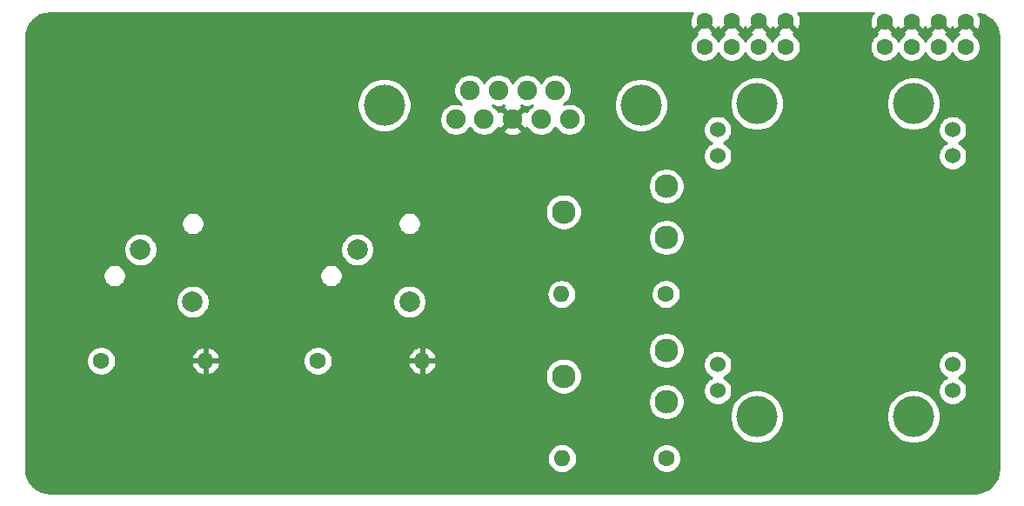
<source format=gbl>
G04 #@! TF.GenerationSoftware,KiCad,Pcbnew,(5.1.2)-1*
G04 #@! TF.CreationDate,2019-11-15T07:12:07-08:00*
G04 #@! TF.ProjectId,AppleIIJoystick,4170706c-6549-4494-9a6f-79737469636b,rev?*
G04 #@! TF.SameCoordinates,Original*
G04 #@! TF.FileFunction,Copper,L2,Bot*
G04 #@! TF.FilePolarity,Positive*
%FSLAX46Y46*%
G04 Gerber Fmt 4.6, Leading zero omitted, Abs format (unit mm)*
G04 Created by KiCad (PCBNEW (5.1.2)-1) date 2019-11-15 07:12:07*
%MOMM*%
%LPD*%
G04 APERTURE LIST*
%ADD10C,1.600000*%
%ADD11C,1.900000*%
%ADD12C,4.000000*%
%ADD13C,1.524000*%
%ADD14C,2.300000*%
%ADD15O,1.600000X1.600000*%
%ADD16C,2.000000*%
%ADD17C,0.254000*%
G04 APERTURE END LIST*
D10*
X142717520Y-44924980D03*
X142717520Y-42424980D03*
X145356580Y-44924980D03*
X145356580Y-42424980D03*
X147995640Y-42424980D03*
X147995640Y-44924980D03*
X150634700Y-42424980D03*
X150634700Y-44924980D03*
X160229360Y-44941580D03*
X160229360Y-42441580D03*
X162867340Y-42445300D03*
X162867340Y-44945300D03*
X165506400Y-44945300D03*
X165506400Y-42445300D03*
X168145460Y-42445300D03*
X168145460Y-44945300D03*
D11*
X118500000Y-52000000D03*
X121270000Y-52000000D03*
X124040000Y-52000000D03*
X126810000Y-52000000D03*
X129580000Y-52000000D03*
X119885000Y-49160000D03*
X122655000Y-49160000D03*
X125425000Y-49160000D03*
X128195000Y-49160000D03*
D12*
X111545000Y-50580000D03*
X136535000Y-50580000D03*
X147810000Y-50457460D03*
D13*
X144000000Y-55537460D03*
X144000000Y-78397460D03*
X144000000Y-75857460D03*
X166860000Y-78397460D03*
X166860000Y-75857460D03*
X166860000Y-55537460D03*
X166860000Y-52997460D03*
X143994920Y-52987300D03*
D12*
X163050000Y-50457460D03*
X163050000Y-80937460D03*
X147810000Y-80937460D03*
D14*
X128994920Y-76992380D03*
X138994920Y-74492380D03*
X138994920Y-79492380D03*
D10*
X139000000Y-85000000D03*
D15*
X128840000Y-85000000D03*
X128795780Y-69000000D03*
D10*
X138955780Y-69000000D03*
D14*
X138994920Y-63492380D03*
X138994920Y-58492380D03*
X128994920Y-60992380D03*
D10*
X84000000Y-75500000D03*
D15*
X94160000Y-75500000D03*
X115249960Y-75496420D03*
D10*
X105089960Y-75496420D03*
D16*
X87826340Y-64670000D03*
X92906340Y-69750000D03*
X114000000Y-69750000D03*
X108920000Y-64670000D03*
D17*
G36*
X141480849Y-41683466D02*
G01*
X141359949Y-41938976D01*
X141291220Y-42213164D01*
X141277303Y-42495492D01*
X141318733Y-42775110D01*
X141413917Y-43041272D01*
X141480849Y-43166494D01*
X141724818Y-43238077D01*
X142537915Y-42424980D01*
X142523773Y-42410838D01*
X142703378Y-42231233D01*
X142717520Y-42245375D01*
X142731663Y-42231233D01*
X142911268Y-42410838D01*
X142897125Y-42424980D01*
X143710222Y-43238077D01*
X143954191Y-43166494D01*
X144035959Y-42993685D01*
X144052977Y-43041272D01*
X144119909Y-43166494D01*
X144363878Y-43238077D01*
X145176975Y-42424980D01*
X145162833Y-42410838D01*
X145342438Y-42231233D01*
X145356580Y-42245375D01*
X145370723Y-42231233D01*
X145550328Y-42410838D01*
X145536185Y-42424980D01*
X146349282Y-43238077D01*
X146593251Y-43166494D01*
X146675019Y-42993685D01*
X146692037Y-43041272D01*
X146758969Y-43166494D01*
X147002938Y-43238077D01*
X147816035Y-42424980D01*
X147801893Y-42410838D01*
X147981498Y-42231233D01*
X147995640Y-42245375D01*
X148009783Y-42231233D01*
X148189388Y-42410838D01*
X148175245Y-42424980D01*
X148988342Y-43238077D01*
X149232311Y-43166494D01*
X149314079Y-42993685D01*
X149331097Y-43041272D01*
X149398029Y-43166494D01*
X149641998Y-43238077D01*
X150455095Y-42424980D01*
X150440953Y-42410838D01*
X150620558Y-42231233D01*
X150634700Y-42245375D01*
X150648843Y-42231233D01*
X150828448Y-42410838D01*
X150814305Y-42424980D01*
X151627402Y-43238077D01*
X151871371Y-43166494D01*
X151992271Y-42910984D01*
X152061000Y-42636796D01*
X152074917Y-42354468D01*
X152033487Y-42074850D01*
X151938303Y-41808688D01*
X151871371Y-41683466D01*
X151791394Y-41660000D01*
X159129242Y-41660000D01*
X158992689Y-41700066D01*
X158871789Y-41955576D01*
X158803060Y-42229764D01*
X158789143Y-42512092D01*
X158830573Y-42791710D01*
X158925757Y-43057872D01*
X158992689Y-43183094D01*
X159236658Y-43254677D01*
X160049755Y-42441580D01*
X160035613Y-42427438D01*
X160215218Y-42247833D01*
X160229360Y-42261975D01*
X160243503Y-42247833D01*
X160423108Y-42427438D01*
X160408965Y-42441580D01*
X161222062Y-43254677D01*
X161466031Y-43183094D01*
X161546426Y-43013186D01*
X161563737Y-43061592D01*
X161630669Y-43186814D01*
X161874638Y-43258397D01*
X162687735Y-42445300D01*
X162673593Y-42431158D01*
X162853198Y-42251553D01*
X162867340Y-42265695D01*
X162881483Y-42251553D01*
X163061088Y-42431158D01*
X163046945Y-42445300D01*
X163860042Y-43258397D01*
X164104011Y-43186814D01*
X164185779Y-43014005D01*
X164202797Y-43061592D01*
X164269729Y-43186814D01*
X164513698Y-43258397D01*
X165326795Y-42445300D01*
X165312653Y-42431158D01*
X165492258Y-42251553D01*
X165506400Y-42265695D01*
X165520543Y-42251553D01*
X165700148Y-42431158D01*
X165686005Y-42445300D01*
X166499102Y-43258397D01*
X166743071Y-43186814D01*
X166824839Y-43014005D01*
X166841857Y-43061592D01*
X166908789Y-43186814D01*
X167152758Y-43258397D01*
X167965855Y-42445300D01*
X167951713Y-42431158D01*
X168131318Y-42251553D01*
X168145460Y-42265695D01*
X168159603Y-42251553D01*
X168339208Y-42431158D01*
X168325065Y-42445300D01*
X169138162Y-43258397D01*
X169382131Y-43186814D01*
X169503031Y-42931304D01*
X169571760Y-42657116D01*
X169585677Y-42374788D01*
X169544247Y-42095170D01*
X169449063Y-41829008D01*
X169382131Y-41703786D01*
X169365995Y-41699051D01*
X169453893Y-41707670D01*
X169890498Y-41839489D01*
X170293185Y-42053600D01*
X170646612Y-42341848D01*
X170937327Y-42693261D01*
X171154242Y-43094439D01*
X171289106Y-43530113D01*
X171340000Y-44014344D01*
X171340001Y-85967711D01*
X171292330Y-86453894D01*
X171160512Y-86890497D01*
X170946399Y-87293186D01*
X170658150Y-87646613D01*
X170306739Y-87937327D01*
X169905564Y-88154240D01*
X169469886Y-88289106D01*
X168985664Y-88340000D01*
X79032279Y-88340000D01*
X78546106Y-88292330D01*
X78109503Y-88160512D01*
X77706814Y-87946399D01*
X77353387Y-87658150D01*
X77062673Y-87306739D01*
X76845760Y-86905564D01*
X76710894Y-86469886D01*
X76660000Y-85985664D01*
X76660000Y-85000000D01*
X127398057Y-85000000D01*
X127425764Y-85281309D01*
X127507818Y-85551808D01*
X127641068Y-85801101D01*
X127820392Y-86019608D01*
X128038899Y-86198932D01*
X128288192Y-86332182D01*
X128558691Y-86414236D01*
X128769508Y-86435000D01*
X128910492Y-86435000D01*
X129121309Y-86414236D01*
X129391808Y-86332182D01*
X129641101Y-86198932D01*
X129859608Y-86019608D01*
X130038932Y-85801101D01*
X130172182Y-85551808D01*
X130254236Y-85281309D01*
X130281943Y-85000000D01*
X130268023Y-84858665D01*
X137565000Y-84858665D01*
X137565000Y-85141335D01*
X137620147Y-85418574D01*
X137728320Y-85679727D01*
X137885363Y-85914759D01*
X138085241Y-86114637D01*
X138320273Y-86271680D01*
X138581426Y-86379853D01*
X138858665Y-86435000D01*
X139141335Y-86435000D01*
X139418574Y-86379853D01*
X139679727Y-86271680D01*
X139914759Y-86114637D01*
X140114637Y-85914759D01*
X140271680Y-85679727D01*
X140379853Y-85418574D01*
X140435000Y-85141335D01*
X140435000Y-84858665D01*
X140379853Y-84581426D01*
X140271680Y-84320273D01*
X140114637Y-84085241D01*
X139914759Y-83885363D01*
X139679727Y-83728320D01*
X139418574Y-83620147D01*
X139141335Y-83565000D01*
X138858665Y-83565000D01*
X138581426Y-83620147D01*
X138320273Y-83728320D01*
X138085241Y-83885363D01*
X137885363Y-84085241D01*
X137728320Y-84320273D01*
X137620147Y-84581426D01*
X137565000Y-84858665D01*
X130268023Y-84858665D01*
X130254236Y-84718691D01*
X130172182Y-84448192D01*
X130038932Y-84198899D01*
X129859608Y-83980392D01*
X129641101Y-83801068D01*
X129391808Y-83667818D01*
X129121309Y-83585764D01*
X128910492Y-83565000D01*
X128769508Y-83565000D01*
X128558691Y-83585764D01*
X128288192Y-83667818D01*
X128038899Y-83801068D01*
X127820392Y-83980392D01*
X127641068Y-84198899D01*
X127507818Y-84448192D01*
X127425764Y-84718691D01*
X127398057Y-85000000D01*
X76660000Y-85000000D01*
X76660000Y-79316573D01*
X137209920Y-79316573D01*
X137209920Y-79668187D01*
X137278516Y-80013045D01*
X137413073Y-80337895D01*
X137608420Y-80630251D01*
X137857049Y-80878880D01*
X138149405Y-81074227D01*
X138474255Y-81208784D01*
X138819113Y-81277380D01*
X139170727Y-81277380D01*
X139515585Y-81208784D01*
X139840435Y-81074227D01*
X140132791Y-80878880D01*
X140333736Y-80677935D01*
X145175000Y-80677935D01*
X145175000Y-81196985D01*
X145276261Y-81706061D01*
X145474893Y-82185601D01*
X145763262Y-82617175D01*
X146130285Y-82984198D01*
X146561859Y-83272567D01*
X147041399Y-83471199D01*
X147550475Y-83572460D01*
X148069525Y-83572460D01*
X148578601Y-83471199D01*
X149058141Y-83272567D01*
X149489715Y-82984198D01*
X149856738Y-82617175D01*
X150145107Y-82185601D01*
X150343739Y-81706061D01*
X150445000Y-81196985D01*
X150445000Y-80677935D01*
X160415000Y-80677935D01*
X160415000Y-81196985D01*
X160516261Y-81706061D01*
X160714893Y-82185601D01*
X161003262Y-82617175D01*
X161370285Y-82984198D01*
X161801859Y-83272567D01*
X162281399Y-83471199D01*
X162790475Y-83572460D01*
X163309525Y-83572460D01*
X163818601Y-83471199D01*
X164298141Y-83272567D01*
X164729715Y-82984198D01*
X165096738Y-82617175D01*
X165385107Y-82185601D01*
X165583739Y-81706061D01*
X165685000Y-81196985D01*
X165685000Y-80677935D01*
X165583739Y-80168859D01*
X165385107Y-79689319D01*
X165096738Y-79257745D01*
X164729715Y-78890722D01*
X164298141Y-78602353D01*
X163818601Y-78403721D01*
X163309525Y-78302460D01*
X162790475Y-78302460D01*
X162281399Y-78403721D01*
X161801859Y-78602353D01*
X161370285Y-78890722D01*
X161003262Y-79257745D01*
X160714893Y-79689319D01*
X160516261Y-80168859D01*
X160415000Y-80677935D01*
X150445000Y-80677935D01*
X150343739Y-80168859D01*
X150145107Y-79689319D01*
X149856738Y-79257745D01*
X149489715Y-78890722D01*
X149058141Y-78602353D01*
X148578601Y-78403721D01*
X148069525Y-78302460D01*
X147550475Y-78302460D01*
X147041399Y-78403721D01*
X146561859Y-78602353D01*
X146130285Y-78890722D01*
X145763262Y-79257745D01*
X145474893Y-79689319D01*
X145276261Y-80168859D01*
X145175000Y-80677935D01*
X140333736Y-80677935D01*
X140381420Y-80630251D01*
X140576767Y-80337895D01*
X140711324Y-80013045D01*
X140779920Y-79668187D01*
X140779920Y-79316573D01*
X140711324Y-78971715D01*
X140576767Y-78646865D01*
X140381420Y-78354509D01*
X140132791Y-78105880D01*
X139840435Y-77910533D01*
X139515585Y-77775976D01*
X139170727Y-77707380D01*
X138819113Y-77707380D01*
X138474255Y-77775976D01*
X138149405Y-77910533D01*
X137857049Y-78105880D01*
X137608420Y-78354509D01*
X137413073Y-78646865D01*
X137278516Y-78971715D01*
X137209920Y-79316573D01*
X76660000Y-79316573D01*
X76660000Y-75358665D01*
X82565000Y-75358665D01*
X82565000Y-75641335D01*
X82620147Y-75918574D01*
X82728320Y-76179727D01*
X82885363Y-76414759D01*
X83085241Y-76614637D01*
X83320273Y-76771680D01*
X83581426Y-76879853D01*
X83858665Y-76935000D01*
X84141335Y-76935000D01*
X84418574Y-76879853D01*
X84679727Y-76771680D01*
X84914759Y-76614637D01*
X85114637Y-76414759D01*
X85271680Y-76179727D01*
X85379853Y-75918574D01*
X85393684Y-75849039D01*
X92768096Y-75849039D01*
X92808754Y-75983087D01*
X92928963Y-76237420D01*
X93096481Y-76463414D01*
X93304869Y-76652385D01*
X93546119Y-76797070D01*
X93810960Y-76891909D01*
X94033000Y-76770624D01*
X94033000Y-75627000D01*
X94287000Y-75627000D01*
X94287000Y-76770624D01*
X94509040Y-76891909D01*
X94773881Y-76797070D01*
X95015131Y-76652385D01*
X95223519Y-76463414D01*
X95391037Y-76237420D01*
X95511246Y-75983087D01*
X95551904Y-75849039D01*
X95429915Y-75627000D01*
X94287000Y-75627000D01*
X94033000Y-75627000D01*
X92890085Y-75627000D01*
X92768096Y-75849039D01*
X85393684Y-75849039D01*
X85435000Y-75641335D01*
X85435000Y-75358665D01*
X85393685Y-75150961D01*
X92768096Y-75150961D01*
X92890085Y-75373000D01*
X94033000Y-75373000D01*
X94033000Y-74229376D01*
X94287000Y-74229376D01*
X94287000Y-75373000D01*
X95429915Y-75373000D01*
X95439757Y-75355085D01*
X103654960Y-75355085D01*
X103654960Y-75637755D01*
X103710107Y-75914994D01*
X103818280Y-76176147D01*
X103975323Y-76411179D01*
X104175201Y-76611057D01*
X104410233Y-76768100D01*
X104671386Y-76876273D01*
X104948625Y-76931420D01*
X105231295Y-76931420D01*
X105508534Y-76876273D01*
X105769687Y-76768100D01*
X106004719Y-76611057D01*
X106204597Y-76411179D01*
X106361640Y-76176147D01*
X106469813Y-75914994D01*
X106483644Y-75845459D01*
X113858056Y-75845459D01*
X113898714Y-75979507D01*
X114018923Y-76233840D01*
X114186441Y-76459834D01*
X114394829Y-76648805D01*
X114636079Y-76793490D01*
X114900920Y-76888329D01*
X115122960Y-76767044D01*
X115122960Y-75623420D01*
X115376960Y-75623420D01*
X115376960Y-76767044D01*
X115599000Y-76888329D01*
X115799380Y-76816573D01*
X127209920Y-76816573D01*
X127209920Y-77168187D01*
X127278516Y-77513045D01*
X127413073Y-77837895D01*
X127608420Y-78130251D01*
X127857049Y-78378880D01*
X128149405Y-78574227D01*
X128474255Y-78708784D01*
X128819113Y-78777380D01*
X129170727Y-78777380D01*
X129515585Y-78708784D01*
X129840435Y-78574227D01*
X130132791Y-78378880D01*
X130381420Y-78130251D01*
X130576767Y-77837895D01*
X130711324Y-77513045D01*
X130779920Y-77168187D01*
X130779920Y-76816573D01*
X130711324Y-76471715D01*
X130576767Y-76146865D01*
X130381420Y-75854509D01*
X130132791Y-75605880D01*
X129840435Y-75410533D01*
X129515585Y-75275976D01*
X129170727Y-75207380D01*
X128819113Y-75207380D01*
X128474255Y-75275976D01*
X128149405Y-75410533D01*
X127857049Y-75605880D01*
X127608420Y-75854509D01*
X127413073Y-76146865D01*
X127278516Y-76471715D01*
X127209920Y-76816573D01*
X115799380Y-76816573D01*
X115863841Y-76793490D01*
X116105091Y-76648805D01*
X116313479Y-76459834D01*
X116480997Y-76233840D01*
X116601206Y-75979507D01*
X116641864Y-75845459D01*
X116519875Y-75623420D01*
X115376960Y-75623420D01*
X115122960Y-75623420D01*
X113980045Y-75623420D01*
X113858056Y-75845459D01*
X106483644Y-75845459D01*
X106524960Y-75637755D01*
X106524960Y-75355085D01*
X106483645Y-75147381D01*
X113858056Y-75147381D01*
X113980045Y-75369420D01*
X115122960Y-75369420D01*
X115122960Y-74225796D01*
X115376960Y-74225796D01*
X115376960Y-75369420D01*
X116519875Y-75369420D01*
X116641864Y-75147381D01*
X116601206Y-75013333D01*
X116480997Y-74759000D01*
X116313479Y-74533006D01*
X116105091Y-74344035D01*
X116059301Y-74316573D01*
X137209920Y-74316573D01*
X137209920Y-74668187D01*
X137278516Y-75013045D01*
X137413073Y-75337895D01*
X137608420Y-75630251D01*
X137857049Y-75878880D01*
X138149405Y-76074227D01*
X138474255Y-76208784D01*
X138819113Y-76277380D01*
X139170727Y-76277380D01*
X139515585Y-76208784D01*
X139840435Y-76074227D01*
X140132791Y-75878880D01*
X140291803Y-75719868D01*
X142603000Y-75719868D01*
X142603000Y-75995052D01*
X142656686Y-76264950D01*
X142761995Y-76519187D01*
X142914880Y-76747995D01*
X143109465Y-76942580D01*
X143338273Y-77095465D01*
X143415515Y-77127460D01*
X143338273Y-77159455D01*
X143109465Y-77312340D01*
X142914880Y-77506925D01*
X142761995Y-77735733D01*
X142656686Y-77989970D01*
X142603000Y-78259868D01*
X142603000Y-78535052D01*
X142656686Y-78804950D01*
X142761995Y-79059187D01*
X142914880Y-79287995D01*
X143109465Y-79482580D01*
X143338273Y-79635465D01*
X143592510Y-79740774D01*
X143862408Y-79794460D01*
X144137592Y-79794460D01*
X144407490Y-79740774D01*
X144661727Y-79635465D01*
X144890535Y-79482580D01*
X145085120Y-79287995D01*
X145238005Y-79059187D01*
X145343314Y-78804950D01*
X145397000Y-78535052D01*
X145397000Y-78259868D01*
X145343314Y-77989970D01*
X145238005Y-77735733D01*
X145085120Y-77506925D01*
X144890535Y-77312340D01*
X144661727Y-77159455D01*
X144584485Y-77127460D01*
X144661727Y-77095465D01*
X144890535Y-76942580D01*
X145085120Y-76747995D01*
X145238005Y-76519187D01*
X145343314Y-76264950D01*
X145397000Y-75995052D01*
X145397000Y-75719868D01*
X165463000Y-75719868D01*
X165463000Y-75995052D01*
X165516686Y-76264950D01*
X165621995Y-76519187D01*
X165774880Y-76747995D01*
X165969465Y-76942580D01*
X166198273Y-77095465D01*
X166275515Y-77127460D01*
X166198273Y-77159455D01*
X165969465Y-77312340D01*
X165774880Y-77506925D01*
X165621995Y-77735733D01*
X165516686Y-77989970D01*
X165463000Y-78259868D01*
X165463000Y-78535052D01*
X165516686Y-78804950D01*
X165621995Y-79059187D01*
X165774880Y-79287995D01*
X165969465Y-79482580D01*
X166198273Y-79635465D01*
X166452510Y-79740774D01*
X166722408Y-79794460D01*
X166997592Y-79794460D01*
X167267490Y-79740774D01*
X167521727Y-79635465D01*
X167750535Y-79482580D01*
X167945120Y-79287995D01*
X168098005Y-79059187D01*
X168203314Y-78804950D01*
X168257000Y-78535052D01*
X168257000Y-78259868D01*
X168203314Y-77989970D01*
X168098005Y-77735733D01*
X167945120Y-77506925D01*
X167750535Y-77312340D01*
X167521727Y-77159455D01*
X167444485Y-77127460D01*
X167521727Y-77095465D01*
X167750535Y-76942580D01*
X167945120Y-76747995D01*
X168098005Y-76519187D01*
X168203314Y-76264950D01*
X168257000Y-75995052D01*
X168257000Y-75719868D01*
X168203314Y-75449970D01*
X168098005Y-75195733D01*
X167945120Y-74966925D01*
X167750535Y-74772340D01*
X167521727Y-74619455D01*
X167267490Y-74514146D01*
X166997592Y-74460460D01*
X166722408Y-74460460D01*
X166452510Y-74514146D01*
X166198273Y-74619455D01*
X165969465Y-74772340D01*
X165774880Y-74966925D01*
X165621995Y-75195733D01*
X165516686Y-75449970D01*
X165463000Y-75719868D01*
X145397000Y-75719868D01*
X145343314Y-75449970D01*
X145238005Y-75195733D01*
X145085120Y-74966925D01*
X144890535Y-74772340D01*
X144661727Y-74619455D01*
X144407490Y-74514146D01*
X144137592Y-74460460D01*
X143862408Y-74460460D01*
X143592510Y-74514146D01*
X143338273Y-74619455D01*
X143109465Y-74772340D01*
X142914880Y-74966925D01*
X142761995Y-75195733D01*
X142656686Y-75449970D01*
X142603000Y-75719868D01*
X140291803Y-75719868D01*
X140381420Y-75630251D01*
X140576767Y-75337895D01*
X140711324Y-75013045D01*
X140779920Y-74668187D01*
X140779920Y-74316573D01*
X140711324Y-73971715D01*
X140576767Y-73646865D01*
X140381420Y-73354509D01*
X140132791Y-73105880D01*
X139840435Y-72910533D01*
X139515585Y-72775976D01*
X139170727Y-72707380D01*
X138819113Y-72707380D01*
X138474255Y-72775976D01*
X138149405Y-72910533D01*
X137857049Y-73105880D01*
X137608420Y-73354509D01*
X137413073Y-73646865D01*
X137278516Y-73971715D01*
X137209920Y-74316573D01*
X116059301Y-74316573D01*
X115863841Y-74199350D01*
X115599000Y-74104511D01*
X115376960Y-74225796D01*
X115122960Y-74225796D01*
X114900920Y-74104511D01*
X114636079Y-74199350D01*
X114394829Y-74344035D01*
X114186441Y-74533006D01*
X114018923Y-74759000D01*
X113898714Y-75013333D01*
X113858056Y-75147381D01*
X106483645Y-75147381D01*
X106469813Y-75077846D01*
X106361640Y-74816693D01*
X106204597Y-74581661D01*
X106004719Y-74381783D01*
X105769687Y-74224740D01*
X105508534Y-74116567D01*
X105231295Y-74061420D01*
X104948625Y-74061420D01*
X104671386Y-74116567D01*
X104410233Y-74224740D01*
X104175201Y-74381783D01*
X103975323Y-74581661D01*
X103818280Y-74816693D01*
X103710107Y-75077846D01*
X103654960Y-75355085D01*
X95439757Y-75355085D01*
X95551904Y-75150961D01*
X95511246Y-75016913D01*
X95391037Y-74762580D01*
X95223519Y-74536586D01*
X95015131Y-74347615D01*
X94773881Y-74202930D01*
X94509040Y-74108091D01*
X94287000Y-74229376D01*
X94033000Y-74229376D01*
X93810960Y-74108091D01*
X93546119Y-74202930D01*
X93304869Y-74347615D01*
X93096481Y-74536586D01*
X92928963Y-74762580D01*
X92808754Y-75016913D01*
X92768096Y-75150961D01*
X85393685Y-75150961D01*
X85379853Y-75081426D01*
X85271680Y-74820273D01*
X85114637Y-74585241D01*
X84914759Y-74385363D01*
X84679727Y-74228320D01*
X84418574Y-74120147D01*
X84141335Y-74065000D01*
X83858665Y-74065000D01*
X83581426Y-74120147D01*
X83320273Y-74228320D01*
X83085241Y-74385363D01*
X82885363Y-74585241D01*
X82728320Y-74820273D01*
X82620147Y-75081426D01*
X82565000Y-75358665D01*
X76660000Y-75358665D01*
X76660000Y-69588967D01*
X91271340Y-69588967D01*
X91271340Y-69911033D01*
X91334172Y-70226912D01*
X91457422Y-70524463D01*
X91636353Y-70792252D01*
X91864088Y-71019987D01*
X92131877Y-71198918D01*
X92429428Y-71322168D01*
X92745307Y-71385000D01*
X93067373Y-71385000D01*
X93383252Y-71322168D01*
X93680803Y-71198918D01*
X93948592Y-71019987D01*
X94176327Y-70792252D01*
X94355258Y-70524463D01*
X94478508Y-70226912D01*
X94541340Y-69911033D01*
X94541340Y-69588967D01*
X112365000Y-69588967D01*
X112365000Y-69911033D01*
X112427832Y-70226912D01*
X112551082Y-70524463D01*
X112730013Y-70792252D01*
X112957748Y-71019987D01*
X113225537Y-71198918D01*
X113523088Y-71322168D01*
X113838967Y-71385000D01*
X114161033Y-71385000D01*
X114476912Y-71322168D01*
X114774463Y-71198918D01*
X115042252Y-71019987D01*
X115269987Y-70792252D01*
X115448918Y-70524463D01*
X115572168Y-70226912D01*
X115635000Y-69911033D01*
X115635000Y-69588967D01*
X115572168Y-69273088D01*
X115459051Y-69000000D01*
X127353837Y-69000000D01*
X127381544Y-69281309D01*
X127463598Y-69551808D01*
X127596848Y-69801101D01*
X127776172Y-70019608D01*
X127994679Y-70198932D01*
X128243972Y-70332182D01*
X128514471Y-70414236D01*
X128725288Y-70435000D01*
X128866272Y-70435000D01*
X129077089Y-70414236D01*
X129347588Y-70332182D01*
X129596881Y-70198932D01*
X129815388Y-70019608D01*
X129994712Y-69801101D01*
X130127962Y-69551808D01*
X130210016Y-69281309D01*
X130237723Y-69000000D01*
X130223803Y-68858665D01*
X137520780Y-68858665D01*
X137520780Y-69141335D01*
X137575927Y-69418574D01*
X137684100Y-69679727D01*
X137841143Y-69914759D01*
X138041021Y-70114637D01*
X138276053Y-70271680D01*
X138537206Y-70379853D01*
X138814445Y-70435000D01*
X139097115Y-70435000D01*
X139374354Y-70379853D01*
X139635507Y-70271680D01*
X139870539Y-70114637D01*
X140070417Y-69914759D01*
X140227460Y-69679727D01*
X140335633Y-69418574D01*
X140390780Y-69141335D01*
X140390780Y-68858665D01*
X140335633Y-68581426D01*
X140227460Y-68320273D01*
X140070417Y-68085241D01*
X139870539Y-67885363D01*
X139635507Y-67728320D01*
X139374354Y-67620147D01*
X139097115Y-67565000D01*
X138814445Y-67565000D01*
X138537206Y-67620147D01*
X138276053Y-67728320D01*
X138041021Y-67885363D01*
X137841143Y-68085241D01*
X137684100Y-68320273D01*
X137575927Y-68581426D01*
X137520780Y-68858665D01*
X130223803Y-68858665D01*
X130210016Y-68718691D01*
X130127962Y-68448192D01*
X129994712Y-68198899D01*
X129815388Y-67980392D01*
X129596881Y-67801068D01*
X129347588Y-67667818D01*
X129077089Y-67585764D01*
X128866272Y-67565000D01*
X128725288Y-67565000D01*
X128514471Y-67585764D01*
X128243972Y-67667818D01*
X127994679Y-67801068D01*
X127776172Y-67980392D01*
X127596848Y-68198899D01*
X127463598Y-68448192D01*
X127381544Y-68718691D01*
X127353837Y-69000000D01*
X115459051Y-69000000D01*
X115448918Y-68975537D01*
X115269987Y-68707748D01*
X115042252Y-68480013D01*
X114774463Y-68301082D01*
X114476912Y-68177832D01*
X114161033Y-68115000D01*
X113838967Y-68115000D01*
X113523088Y-68177832D01*
X113225537Y-68301082D01*
X112957748Y-68480013D01*
X112730013Y-68707748D01*
X112551082Y-68975537D01*
X112427832Y-69273088D01*
X112365000Y-69588967D01*
X94541340Y-69588967D01*
X94478508Y-69273088D01*
X94355258Y-68975537D01*
X94176327Y-68707748D01*
X93948592Y-68480013D01*
X93680803Y-68301082D01*
X93383252Y-68177832D01*
X93067373Y-68115000D01*
X92745307Y-68115000D01*
X92429428Y-68177832D01*
X92131877Y-68301082D01*
X91864088Y-68480013D01*
X91636353Y-68707748D01*
X91457422Y-68975537D01*
X91334172Y-69273088D01*
X91271340Y-69588967D01*
X76660000Y-69588967D01*
X76660000Y-67098212D01*
X84151340Y-67098212D01*
X84151340Y-67321788D01*
X84194957Y-67541067D01*
X84280516Y-67747624D01*
X84404728Y-67933520D01*
X84562820Y-68091612D01*
X84748716Y-68215824D01*
X84955273Y-68301383D01*
X85174552Y-68345000D01*
X85398128Y-68345000D01*
X85617407Y-68301383D01*
X85823964Y-68215824D01*
X86009860Y-68091612D01*
X86167952Y-67933520D01*
X86292164Y-67747624D01*
X86377723Y-67541067D01*
X86421340Y-67321788D01*
X86421340Y-67098212D01*
X105245000Y-67098212D01*
X105245000Y-67321788D01*
X105288617Y-67541067D01*
X105374176Y-67747624D01*
X105498388Y-67933520D01*
X105656480Y-68091612D01*
X105842376Y-68215824D01*
X106048933Y-68301383D01*
X106268212Y-68345000D01*
X106491788Y-68345000D01*
X106711067Y-68301383D01*
X106917624Y-68215824D01*
X107103520Y-68091612D01*
X107261612Y-67933520D01*
X107385824Y-67747624D01*
X107471383Y-67541067D01*
X107515000Y-67321788D01*
X107515000Y-67098212D01*
X107471383Y-66878933D01*
X107385824Y-66672376D01*
X107261612Y-66486480D01*
X107103520Y-66328388D01*
X106917624Y-66204176D01*
X106711067Y-66118617D01*
X106491788Y-66075000D01*
X106268212Y-66075000D01*
X106048933Y-66118617D01*
X105842376Y-66204176D01*
X105656480Y-66328388D01*
X105498388Y-66486480D01*
X105374176Y-66672376D01*
X105288617Y-66878933D01*
X105245000Y-67098212D01*
X86421340Y-67098212D01*
X86377723Y-66878933D01*
X86292164Y-66672376D01*
X86167952Y-66486480D01*
X86009860Y-66328388D01*
X85823964Y-66204176D01*
X85617407Y-66118617D01*
X85398128Y-66075000D01*
X85174552Y-66075000D01*
X84955273Y-66118617D01*
X84748716Y-66204176D01*
X84562820Y-66328388D01*
X84404728Y-66486480D01*
X84280516Y-66672376D01*
X84194957Y-66878933D01*
X84151340Y-67098212D01*
X76660000Y-67098212D01*
X76660000Y-64508967D01*
X86191340Y-64508967D01*
X86191340Y-64831033D01*
X86254172Y-65146912D01*
X86377422Y-65444463D01*
X86556353Y-65712252D01*
X86784088Y-65939987D01*
X87051877Y-66118918D01*
X87349428Y-66242168D01*
X87665307Y-66305000D01*
X87987373Y-66305000D01*
X88303252Y-66242168D01*
X88600803Y-66118918D01*
X88868592Y-65939987D01*
X89096327Y-65712252D01*
X89275258Y-65444463D01*
X89398508Y-65146912D01*
X89461340Y-64831033D01*
X89461340Y-64508967D01*
X107285000Y-64508967D01*
X107285000Y-64831033D01*
X107347832Y-65146912D01*
X107471082Y-65444463D01*
X107650013Y-65712252D01*
X107877748Y-65939987D01*
X108145537Y-66118918D01*
X108443088Y-66242168D01*
X108758967Y-66305000D01*
X109081033Y-66305000D01*
X109396912Y-66242168D01*
X109694463Y-66118918D01*
X109962252Y-65939987D01*
X110189987Y-65712252D01*
X110368918Y-65444463D01*
X110492168Y-65146912D01*
X110555000Y-64831033D01*
X110555000Y-64508967D01*
X110492168Y-64193088D01*
X110368918Y-63895537D01*
X110189987Y-63627748D01*
X109962252Y-63400013D01*
X109837376Y-63316573D01*
X137209920Y-63316573D01*
X137209920Y-63668187D01*
X137278516Y-64013045D01*
X137413073Y-64337895D01*
X137608420Y-64630251D01*
X137857049Y-64878880D01*
X138149405Y-65074227D01*
X138474255Y-65208784D01*
X138819113Y-65277380D01*
X139170727Y-65277380D01*
X139515585Y-65208784D01*
X139840435Y-65074227D01*
X140132791Y-64878880D01*
X140381420Y-64630251D01*
X140576767Y-64337895D01*
X140711324Y-64013045D01*
X140779920Y-63668187D01*
X140779920Y-63316573D01*
X140711324Y-62971715D01*
X140576767Y-62646865D01*
X140381420Y-62354509D01*
X140132791Y-62105880D01*
X139840435Y-61910533D01*
X139515585Y-61775976D01*
X139170727Y-61707380D01*
X138819113Y-61707380D01*
X138474255Y-61775976D01*
X138149405Y-61910533D01*
X137857049Y-62105880D01*
X137608420Y-62354509D01*
X137413073Y-62646865D01*
X137278516Y-62971715D01*
X137209920Y-63316573D01*
X109837376Y-63316573D01*
X109694463Y-63221082D01*
X109396912Y-63097832D01*
X109081033Y-63035000D01*
X108758967Y-63035000D01*
X108443088Y-63097832D01*
X108145537Y-63221082D01*
X107877748Y-63400013D01*
X107650013Y-63627748D01*
X107471082Y-63895537D01*
X107347832Y-64193088D01*
X107285000Y-64508967D01*
X89461340Y-64508967D01*
X89398508Y-64193088D01*
X89275258Y-63895537D01*
X89096327Y-63627748D01*
X88868592Y-63400013D01*
X88600803Y-63221082D01*
X88303252Y-63097832D01*
X87987373Y-63035000D01*
X87665307Y-63035000D01*
X87349428Y-63097832D01*
X87051877Y-63221082D01*
X86784088Y-63400013D01*
X86556353Y-63627748D01*
X86377422Y-63895537D01*
X86254172Y-64193088D01*
X86191340Y-64508967D01*
X76660000Y-64508967D01*
X76660000Y-62018212D01*
X91771340Y-62018212D01*
X91771340Y-62241788D01*
X91814957Y-62461067D01*
X91900516Y-62667624D01*
X92024728Y-62853520D01*
X92182820Y-63011612D01*
X92368716Y-63135824D01*
X92575273Y-63221383D01*
X92794552Y-63265000D01*
X93018128Y-63265000D01*
X93237407Y-63221383D01*
X93443964Y-63135824D01*
X93629860Y-63011612D01*
X93787952Y-62853520D01*
X93912164Y-62667624D01*
X93997723Y-62461067D01*
X94041340Y-62241788D01*
X94041340Y-62018212D01*
X112865000Y-62018212D01*
X112865000Y-62241788D01*
X112908617Y-62461067D01*
X112994176Y-62667624D01*
X113118388Y-62853520D01*
X113276480Y-63011612D01*
X113462376Y-63135824D01*
X113668933Y-63221383D01*
X113888212Y-63265000D01*
X114111788Y-63265000D01*
X114331067Y-63221383D01*
X114537624Y-63135824D01*
X114723520Y-63011612D01*
X114881612Y-62853520D01*
X115005824Y-62667624D01*
X115091383Y-62461067D01*
X115135000Y-62241788D01*
X115135000Y-62018212D01*
X115091383Y-61798933D01*
X115005824Y-61592376D01*
X114881612Y-61406480D01*
X114723520Y-61248388D01*
X114537624Y-61124176D01*
X114331067Y-61038617D01*
X114111788Y-60995000D01*
X113888212Y-60995000D01*
X113668933Y-61038617D01*
X113462376Y-61124176D01*
X113276480Y-61248388D01*
X113118388Y-61406480D01*
X112994176Y-61592376D01*
X112908617Y-61798933D01*
X112865000Y-62018212D01*
X94041340Y-62018212D01*
X93997723Y-61798933D01*
X93912164Y-61592376D01*
X93787952Y-61406480D01*
X93629860Y-61248388D01*
X93443964Y-61124176D01*
X93237407Y-61038617D01*
X93018128Y-60995000D01*
X92794552Y-60995000D01*
X92575273Y-61038617D01*
X92368716Y-61124176D01*
X92182820Y-61248388D01*
X92024728Y-61406480D01*
X91900516Y-61592376D01*
X91814957Y-61798933D01*
X91771340Y-62018212D01*
X76660000Y-62018212D01*
X76660000Y-60816573D01*
X127209920Y-60816573D01*
X127209920Y-61168187D01*
X127278516Y-61513045D01*
X127413073Y-61837895D01*
X127608420Y-62130251D01*
X127857049Y-62378880D01*
X128149405Y-62574227D01*
X128474255Y-62708784D01*
X128819113Y-62777380D01*
X129170727Y-62777380D01*
X129515585Y-62708784D01*
X129840435Y-62574227D01*
X130132791Y-62378880D01*
X130381420Y-62130251D01*
X130576767Y-61837895D01*
X130711324Y-61513045D01*
X130779920Y-61168187D01*
X130779920Y-60816573D01*
X130711324Y-60471715D01*
X130576767Y-60146865D01*
X130381420Y-59854509D01*
X130132791Y-59605880D01*
X129840435Y-59410533D01*
X129515585Y-59275976D01*
X129170727Y-59207380D01*
X128819113Y-59207380D01*
X128474255Y-59275976D01*
X128149405Y-59410533D01*
X127857049Y-59605880D01*
X127608420Y-59854509D01*
X127413073Y-60146865D01*
X127278516Y-60471715D01*
X127209920Y-60816573D01*
X76660000Y-60816573D01*
X76660000Y-58316573D01*
X137209920Y-58316573D01*
X137209920Y-58668187D01*
X137278516Y-59013045D01*
X137413073Y-59337895D01*
X137608420Y-59630251D01*
X137857049Y-59878880D01*
X138149405Y-60074227D01*
X138474255Y-60208784D01*
X138819113Y-60277380D01*
X139170727Y-60277380D01*
X139515585Y-60208784D01*
X139840435Y-60074227D01*
X140132791Y-59878880D01*
X140381420Y-59630251D01*
X140576767Y-59337895D01*
X140711324Y-59013045D01*
X140779920Y-58668187D01*
X140779920Y-58316573D01*
X140711324Y-57971715D01*
X140576767Y-57646865D01*
X140381420Y-57354509D01*
X140132791Y-57105880D01*
X139840435Y-56910533D01*
X139515585Y-56775976D01*
X139170727Y-56707380D01*
X138819113Y-56707380D01*
X138474255Y-56775976D01*
X138149405Y-56910533D01*
X137857049Y-57105880D01*
X137608420Y-57354509D01*
X137413073Y-57646865D01*
X137278516Y-57971715D01*
X137209920Y-58316573D01*
X76660000Y-58316573D01*
X76660000Y-50320475D01*
X108910000Y-50320475D01*
X108910000Y-50839525D01*
X109011261Y-51348601D01*
X109209893Y-51828141D01*
X109498262Y-52259715D01*
X109865285Y-52626738D01*
X110296859Y-52915107D01*
X110776399Y-53113739D01*
X111285475Y-53215000D01*
X111804525Y-53215000D01*
X112313601Y-53113739D01*
X112793141Y-52915107D01*
X113224715Y-52626738D01*
X113591738Y-52259715D01*
X113869583Y-51843891D01*
X116915000Y-51843891D01*
X116915000Y-52156109D01*
X116975911Y-52462327D01*
X117095391Y-52750779D01*
X117268850Y-53010379D01*
X117489621Y-53231150D01*
X117749221Y-53404609D01*
X118037673Y-53524089D01*
X118343891Y-53585000D01*
X118656109Y-53585000D01*
X118962327Y-53524089D01*
X119250779Y-53404609D01*
X119510379Y-53231150D01*
X119731150Y-53010379D01*
X119885000Y-52780126D01*
X120038850Y-53010379D01*
X120259621Y-53231150D01*
X120519221Y-53404609D01*
X120807673Y-53524089D01*
X121113891Y-53585000D01*
X121426109Y-53585000D01*
X121732327Y-53524089D01*
X122020779Y-53404609D01*
X122280379Y-53231150D01*
X122411777Y-53099752D01*
X123119853Y-53099752D01*
X123209579Y-53359042D01*
X123490671Y-53494935D01*
X123792873Y-53573379D01*
X124104573Y-53591359D01*
X124413791Y-53548184D01*
X124708644Y-53445513D01*
X124870421Y-53359042D01*
X124960147Y-53099752D01*
X124040000Y-52179605D01*
X123119853Y-53099752D01*
X122411777Y-53099752D01*
X122501150Y-53010379D01*
X122654486Y-52780895D01*
X122680958Y-52830421D01*
X122940248Y-52920147D01*
X123860395Y-52000000D01*
X122940248Y-51079853D01*
X122680958Y-51169579D01*
X122655953Y-51221301D01*
X122501150Y-50989621D01*
X122280379Y-50768850D01*
X122089676Y-50641427D01*
X122192673Y-50684089D01*
X122498891Y-50745000D01*
X122811109Y-50745000D01*
X123117327Y-50684089D01*
X123207592Y-50646700D01*
X123119853Y-50900248D01*
X124040000Y-51820395D01*
X124960147Y-50900248D01*
X124872408Y-50646700D01*
X124962673Y-50684089D01*
X125268891Y-50745000D01*
X125581109Y-50745000D01*
X125887327Y-50684089D01*
X125990324Y-50641427D01*
X125799621Y-50768850D01*
X125578850Y-50989621D01*
X125425514Y-51219105D01*
X125399042Y-51169579D01*
X125139752Y-51079853D01*
X124219605Y-52000000D01*
X125139752Y-52920147D01*
X125399042Y-52830421D01*
X125424047Y-52778699D01*
X125578850Y-53010379D01*
X125799621Y-53231150D01*
X126059221Y-53404609D01*
X126347673Y-53524089D01*
X126653891Y-53585000D01*
X126966109Y-53585000D01*
X127272327Y-53524089D01*
X127560779Y-53404609D01*
X127820379Y-53231150D01*
X128041150Y-53010379D01*
X128195000Y-52780126D01*
X128348850Y-53010379D01*
X128569621Y-53231150D01*
X128829221Y-53404609D01*
X129117673Y-53524089D01*
X129423891Y-53585000D01*
X129736109Y-53585000D01*
X130042327Y-53524089D01*
X130330779Y-53404609D01*
X130590379Y-53231150D01*
X130811150Y-53010379D01*
X130984609Y-52750779D01*
X131104089Y-52462327D01*
X131165000Y-52156109D01*
X131165000Y-51843891D01*
X131104089Y-51537673D01*
X130984609Y-51249221D01*
X130811150Y-50989621D01*
X130590379Y-50768850D01*
X130330779Y-50595391D01*
X130042327Y-50475911D01*
X129736109Y-50415000D01*
X129423891Y-50415000D01*
X129117673Y-50475911D01*
X129014676Y-50518573D01*
X129205379Y-50391150D01*
X129276054Y-50320475D01*
X133900000Y-50320475D01*
X133900000Y-50839525D01*
X134001261Y-51348601D01*
X134199893Y-51828141D01*
X134488262Y-52259715D01*
X134855285Y-52626738D01*
X135286859Y-52915107D01*
X135766399Y-53113739D01*
X136275475Y-53215000D01*
X136794525Y-53215000D01*
X137303601Y-53113739D01*
X137783141Y-52915107D01*
X137881017Y-52849708D01*
X142597920Y-52849708D01*
X142597920Y-53124892D01*
X142651606Y-53394790D01*
X142756915Y-53649027D01*
X142909800Y-53877835D01*
X143104385Y-54072420D01*
X143333193Y-54225305D01*
X143425239Y-54263432D01*
X143338273Y-54299455D01*
X143109465Y-54452340D01*
X142914880Y-54646925D01*
X142761995Y-54875733D01*
X142656686Y-55129970D01*
X142603000Y-55399868D01*
X142603000Y-55675052D01*
X142656686Y-55944950D01*
X142761995Y-56199187D01*
X142914880Y-56427995D01*
X143109465Y-56622580D01*
X143338273Y-56775465D01*
X143592510Y-56880774D01*
X143862408Y-56934460D01*
X144137592Y-56934460D01*
X144407490Y-56880774D01*
X144661727Y-56775465D01*
X144890535Y-56622580D01*
X145085120Y-56427995D01*
X145238005Y-56199187D01*
X145343314Y-55944950D01*
X145397000Y-55675052D01*
X145397000Y-55399868D01*
X145343314Y-55129970D01*
X145238005Y-54875733D01*
X145085120Y-54646925D01*
X144890535Y-54452340D01*
X144661727Y-54299455D01*
X144569681Y-54261328D01*
X144656647Y-54225305D01*
X144885455Y-54072420D01*
X145080040Y-53877835D01*
X145232925Y-53649027D01*
X145338234Y-53394790D01*
X145391920Y-53124892D01*
X145391920Y-52849708D01*
X145338234Y-52579810D01*
X145232925Y-52325573D01*
X145080040Y-52096765D01*
X144885455Y-51902180D01*
X144656647Y-51749295D01*
X144402410Y-51643986D01*
X144132512Y-51590300D01*
X143857328Y-51590300D01*
X143587430Y-51643986D01*
X143333193Y-51749295D01*
X143104385Y-51902180D01*
X142909800Y-52096765D01*
X142756915Y-52325573D01*
X142651606Y-52579810D01*
X142597920Y-52849708D01*
X137881017Y-52849708D01*
X138214715Y-52626738D01*
X138581738Y-52259715D01*
X138870107Y-51828141D01*
X139068739Y-51348601D01*
X139170000Y-50839525D01*
X139170000Y-50320475D01*
X139145626Y-50197935D01*
X145175000Y-50197935D01*
X145175000Y-50716985D01*
X145276261Y-51226061D01*
X145474893Y-51705601D01*
X145763262Y-52137175D01*
X146130285Y-52504198D01*
X146561859Y-52792567D01*
X147041399Y-52991199D01*
X147550475Y-53092460D01*
X148069525Y-53092460D01*
X148578601Y-52991199D01*
X149058141Y-52792567D01*
X149489715Y-52504198D01*
X149856738Y-52137175D01*
X150145107Y-51705601D01*
X150343739Y-51226061D01*
X150445000Y-50716985D01*
X150445000Y-50197935D01*
X160415000Y-50197935D01*
X160415000Y-50716985D01*
X160516261Y-51226061D01*
X160714893Y-51705601D01*
X161003262Y-52137175D01*
X161370285Y-52504198D01*
X161801859Y-52792567D01*
X162281399Y-52991199D01*
X162790475Y-53092460D01*
X163309525Y-53092460D01*
X163818601Y-52991199D01*
X164135662Y-52859868D01*
X165463000Y-52859868D01*
X165463000Y-53135052D01*
X165516686Y-53404950D01*
X165621995Y-53659187D01*
X165774880Y-53887995D01*
X165969465Y-54082580D01*
X166198273Y-54235465D01*
X166275515Y-54267460D01*
X166198273Y-54299455D01*
X165969465Y-54452340D01*
X165774880Y-54646925D01*
X165621995Y-54875733D01*
X165516686Y-55129970D01*
X165463000Y-55399868D01*
X165463000Y-55675052D01*
X165516686Y-55944950D01*
X165621995Y-56199187D01*
X165774880Y-56427995D01*
X165969465Y-56622580D01*
X166198273Y-56775465D01*
X166452510Y-56880774D01*
X166722408Y-56934460D01*
X166997592Y-56934460D01*
X167267490Y-56880774D01*
X167521727Y-56775465D01*
X167750535Y-56622580D01*
X167945120Y-56427995D01*
X168098005Y-56199187D01*
X168203314Y-55944950D01*
X168257000Y-55675052D01*
X168257000Y-55399868D01*
X168203314Y-55129970D01*
X168098005Y-54875733D01*
X167945120Y-54646925D01*
X167750535Y-54452340D01*
X167521727Y-54299455D01*
X167444485Y-54267460D01*
X167521727Y-54235465D01*
X167750535Y-54082580D01*
X167945120Y-53887995D01*
X168098005Y-53659187D01*
X168203314Y-53404950D01*
X168257000Y-53135052D01*
X168257000Y-52859868D01*
X168203314Y-52589970D01*
X168098005Y-52335733D01*
X167945120Y-52106925D01*
X167750535Y-51912340D01*
X167521727Y-51759455D01*
X167267490Y-51654146D01*
X166997592Y-51600460D01*
X166722408Y-51600460D01*
X166452510Y-51654146D01*
X166198273Y-51759455D01*
X165969465Y-51912340D01*
X165774880Y-52106925D01*
X165621995Y-52335733D01*
X165516686Y-52589970D01*
X165463000Y-52859868D01*
X164135662Y-52859868D01*
X164298141Y-52792567D01*
X164729715Y-52504198D01*
X165096738Y-52137175D01*
X165385107Y-51705601D01*
X165583739Y-51226061D01*
X165685000Y-50716985D01*
X165685000Y-50197935D01*
X165583739Y-49688859D01*
X165385107Y-49209319D01*
X165096738Y-48777745D01*
X164729715Y-48410722D01*
X164298141Y-48122353D01*
X163818601Y-47923721D01*
X163309525Y-47822460D01*
X162790475Y-47822460D01*
X162281399Y-47923721D01*
X161801859Y-48122353D01*
X161370285Y-48410722D01*
X161003262Y-48777745D01*
X160714893Y-49209319D01*
X160516261Y-49688859D01*
X160415000Y-50197935D01*
X150445000Y-50197935D01*
X150343739Y-49688859D01*
X150145107Y-49209319D01*
X149856738Y-48777745D01*
X149489715Y-48410722D01*
X149058141Y-48122353D01*
X148578601Y-47923721D01*
X148069525Y-47822460D01*
X147550475Y-47822460D01*
X147041399Y-47923721D01*
X146561859Y-48122353D01*
X146130285Y-48410722D01*
X145763262Y-48777745D01*
X145474893Y-49209319D01*
X145276261Y-49688859D01*
X145175000Y-50197935D01*
X139145626Y-50197935D01*
X139068739Y-49811399D01*
X138870107Y-49331859D01*
X138581738Y-48900285D01*
X138214715Y-48533262D01*
X137783141Y-48244893D01*
X137303601Y-48046261D01*
X136794525Y-47945000D01*
X136275475Y-47945000D01*
X135766399Y-48046261D01*
X135286859Y-48244893D01*
X134855285Y-48533262D01*
X134488262Y-48900285D01*
X134199893Y-49331859D01*
X134001261Y-49811399D01*
X133900000Y-50320475D01*
X129276054Y-50320475D01*
X129426150Y-50170379D01*
X129599609Y-49910779D01*
X129719089Y-49622327D01*
X129780000Y-49316109D01*
X129780000Y-49003891D01*
X129719089Y-48697673D01*
X129599609Y-48409221D01*
X129426150Y-48149621D01*
X129205379Y-47928850D01*
X128945779Y-47755391D01*
X128657327Y-47635911D01*
X128351109Y-47575000D01*
X128038891Y-47575000D01*
X127732673Y-47635911D01*
X127444221Y-47755391D01*
X127184621Y-47928850D01*
X126963850Y-48149621D01*
X126810000Y-48379874D01*
X126656150Y-48149621D01*
X126435379Y-47928850D01*
X126175779Y-47755391D01*
X125887327Y-47635911D01*
X125581109Y-47575000D01*
X125268891Y-47575000D01*
X124962673Y-47635911D01*
X124674221Y-47755391D01*
X124414621Y-47928850D01*
X124193850Y-48149621D01*
X124040000Y-48379874D01*
X123886150Y-48149621D01*
X123665379Y-47928850D01*
X123405779Y-47755391D01*
X123117327Y-47635911D01*
X122811109Y-47575000D01*
X122498891Y-47575000D01*
X122192673Y-47635911D01*
X121904221Y-47755391D01*
X121644621Y-47928850D01*
X121423850Y-48149621D01*
X121270000Y-48379874D01*
X121116150Y-48149621D01*
X120895379Y-47928850D01*
X120635779Y-47755391D01*
X120347327Y-47635911D01*
X120041109Y-47575000D01*
X119728891Y-47575000D01*
X119422673Y-47635911D01*
X119134221Y-47755391D01*
X118874621Y-47928850D01*
X118653850Y-48149621D01*
X118480391Y-48409221D01*
X118360911Y-48697673D01*
X118300000Y-49003891D01*
X118300000Y-49316109D01*
X118360911Y-49622327D01*
X118480391Y-49910779D01*
X118653850Y-50170379D01*
X118874621Y-50391150D01*
X119065324Y-50518573D01*
X118962327Y-50475911D01*
X118656109Y-50415000D01*
X118343891Y-50415000D01*
X118037673Y-50475911D01*
X117749221Y-50595391D01*
X117489621Y-50768850D01*
X117268850Y-50989621D01*
X117095391Y-51249221D01*
X116975911Y-51537673D01*
X116915000Y-51843891D01*
X113869583Y-51843891D01*
X113880107Y-51828141D01*
X114078739Y-51348601D01*
X114180000Y-50839525D01*
X114180000Y-50320475D01*
X114078739Y-49811399D01*
X113880107Y-49331859D01*
X113591738Y-48900285D01*
X113224715Y-48533262D01*
X112793141Y-48244893D01*
X112313601Y-48046261D01*
X111804525Y-47945000D01*
X111285475Y-47945000D01*
X110776399Y-48046261D01*
X110296859Y-48244893D01*
X109865285Y-48533262D01*
X109498262Y-48900285D01*
X109209893Y-49331859D01*
X109011261Y-49811399D01*
X108910000Y-50320475D01*
X76660000Y-50320475D01*
X76660000Y-44783645D01*
X141282520Y-44783645D01*
X141282520Y-45066315D01*
X141337667Y-45343554D01*
X141445840Y-45604707D01*
X141602883Y-45839739D01*
X141802761Y-46039617D01*
X142037793Y-46196660D01*
X142298946Y-46304833D01*
X142576185Y-46359980D01*
X142858855Y-46359980D01*
X143136094Y-46304833D01*
X143397247Y-46196660D01*
X143632279Y-46039617D01*
X143832157Y-45839739D01*
X143989200Y-45604707D01*
X144037050Y-45489187D01*
X144084900Y-45604707D01*
X144241943Y-45839739D01*
X144441821Y-46039617D01*
X144676853Y-46196660D01*
X144938006Y-46304833D01*
X145215245Y-46359980D01*
X145497915Y-46359980D01*
X145775154Y-46304833D01*
X146036307Y-46196660D01*
X146271339Y-46039617D01*
X146471217Y-45839739D01*
X146628260Y-45604707D01*
X146676110Y-45489187D01*
X146723960Y-45604707D01*
X146881003Y-45839739D01*
X147080881Y-46039617D01*
X147315913Y-46196660D01*
X147577066Y-46304833D01*
X147854305Y-46359980D01*
X148136975Y-46359980D01*
X148414214Y-46304833D01*
X148675367Y-46196660D01*
X148910399Y-46039617D01*
X149110277Y-45839739D01*
X149267320Y-45604707D01*
X149315170Y-45489187D01*
X149363020Y-45604707D01*
X149520063Y-45839739D01*
X149719941Y-46039617D01*
X149954973Y-46196660D01*
X150216126Y-46304833D01*
X150493365Y-46359980D01*
X150776035Y-46359980D01*
X151053274Y-46304833D01*
X151314427Y-46196660D01*
X151549459Y-46039617D01*
X151749337Y-45839739D01*
X151906380Y-45604707D01*
X152014553Y-45343554D01*
X152069700Y-45066315D01*
X152069700Y-44800245D01*
X158794360Y-44800245D01*
X158794360Y-45082915D01*
X158849507Y-45360154D01*
X158957680Y-45621307D01*
X159114723Y-45856339D01*
X159314601Y-46056217D01*
X159549633Y-46213260D01*
X159810786Y-46321433D01*
X160088025Y-46376580D01*
X160370695Y-46376580D01*
X160647934Y-46321433D01*
X160909087Y-46213260D01*
X161144119Y-46056217D01*
X161343997Y-45856339D01*
X161501040Y-45621307D01*
X161547580Y-45508950D01*
X161595660Y-45625027D01*
X161752703Y-45860059D01*
X161952581Y-46059937D01*
X162187613Y-46216980D01*
X162448766Y-46325153D01*
X162726005Y-46380300D01*
X163008675Y-46380300D01*
X163285914Y-46325153D01*
X163547067Y-46216980D01*
X163782099Y-46059937D01*
X163981977Y-45860059D01*
X164139020Y-45625027D01*
X164186870Y-45509507D01*
X164234720Y-45625027D01*
X164391763Y-45860059D01*
X164591641Y-46059937D01*
X164826673Y-46216980D01*
X165087826Y-46325153D01*
X165365065Y-46380300D01*
X165647735Y-46380300D01*
X165924974Y-46325153D01*
X166186127Y-46216980D01*
X166421159Y-46059937D01*
X166621037Y-45860059D01*
X166778080Y-45625027D01*
X166825930Y-45509507D01*
X166873780Y-45625027D01*
X167030823Y-45860059D01*
X167230701Y-46059937D01*
X167465733Y-46216980D01*
X167726886Y-46325153D01*
X168004125Y-46380300D01*
X168286795Y-46380300D01*
X168564034Y-46325153D01*
X168825187Y-46216980D01*
X169060219Y-46059937D01*
X169260097Y-45860059D01*
X169417140Y-45625027D01*
X169525313Y-45363874D01*
X169580460Y-45086635D01*
X169580460Y-44803965D01*
X169525313Y-44526726D01*
X169417140Y-44265573D01*
X169260097Y-44030541D01*
X169060219Y-43830663D01*
X168859591Y-43696608D01*
X168886974Y-43681971D01*
X168958557Y-43438002D01*
X168145460Y-42624905D01*
X167332363Y-43438002D01*
X167403946Y-43681971D01*
X167432801Y-43695624D01*
X167230701Y-43830663D01*
X167030823Y-44030541D01*
X166873780Y-44265573D01*
X166825930Y-44381093D01*
X166778080Y-44265573D01*
X166621037Y-44030541D01*
X166421159Y-43830663D01*
X166220531Y-43696608D01*
X166247914Y-43681971D01*
X166319497Y-43438002D01*
X165506400Y-42624905D01*
X164693303Y-43438002D01*
X164764886Y-43681971D01*
X164793741Y-43695624D01*
X164591641Y-43830663D01*
X164391763Y-44030541D01*
X164234720Y-44265573D01*
X164186870Y-44381093D01*
X164139020Y-44265573D01*
X163981977Y-44030541D01*
X163782099Y-43830663D01*
X163581471Y-43696608D01*
X163608854Y-43681971D01*
X163680437Y-43438002D01*
X162867340Y-42624905D01*
X162054243Y-43438002D01*
X162125826Y-43681971D01*
X162154681Y-43695624D01*
X161952581Y-43830663D01*
X161752703Y-44030541D01*
X161595660Y-44265573D01*
X161549120Y-44377930D01*
X161501040Y-44261853D01*
X161343997Y-44026821D01*
X161144119Y-43826943D01*
X160943491Y-43692888D01*
X160970874Y-43678251D01*
X161042457Y-43434282D01*
X160229360Y-42621185D01*
X159416263Y-43434282D01*
X159487846Y-43678251D01*
X159516701Y-43691904D01*
X159314601Y-43826943D01*
X159114723Y-44026821D01*
X158957680Y-44261853D01*
X158849507Y-44523006D01*
X158794360Y-44800245D01*
X152069700Y-44800245D01*
X152069700Y-44783645D01*
X152014553Y-44506406D01*
X151906380Y-44245253D01*
X151749337Y-44010221D01*
X151549459Y-43810343D01*
X151348831Y-43676288D01*
X151376214Y-43661651D01*
X151447797Y-43417682D01*
X150634700Y-42604585D01*
X149821603Y-43417682D01*
X149893186Y-43661651D01*
X149922041Y-43675304D01*
X149719941Y-43810343D01*
X149520063Y-44010221D01*
X149363020Y-44245253D01*
X149315170Y-44360773D01*
X149267320Y-44245253D01*
X149110277Y-44010221D01*
X148910399Y-43810343D01*
X148709771Y-43676288D01*
X148737154Y-43661651D01*
X148808737Y-43417682D01*
X147995640Y-42604585D01*
X147182543Y-43417682D01*
X147254126Y-43661651D01*
X147282981Y-43675304D01*
X147080881Y-43810343D01*
X146881003Y-44010221D01*
X146723960Y-44245253D01*
X146676110Y-44360773D01*
X146628260Y-44245253D01*
X146471217Y-44010221D01*
X146271339Y-43810343D01*
X146070711Y-43676288D01*
X146098094Y-43661651D01*
X146169677Y-43417682D01*
X145356580Y-42604585D01*
X144543483Y-43417682D01*
X144615066Y-43661651D01*
X144643921Y-43675304D01*
X144441821Y-43810343D01*
X144241943Y-44010221D01*
X144084900Y-44245253D01*
X144037050Y-44360773D01*
X143989200Y-44245253D01*
X143832157Y-44010221D01*
X143632279Y-43810343D01*
X143431651Y-43676288D01*
X143459034Y-43661651D01*
X143530617Y-43417682D01*
X142717520Y-42604585D01*
X141904423Y-43417682D01*
X141976006Y-43661651D01*
X142004861Y-43675304D01*
X141802761Y-43810343D01*
X141602883Y-44010221D01*
X141445840Y-44245253D01*
X141337667Y-44506406D01*
X141282520Y-44783645D01*
X76660000Y-44783645D01*
X76660000Y-44032279D01*
X76707670Y-43546107D01*
X76839489Y-43109502D01*
X77053600Y-42706815D01*
X77341848Y-42353388D01*
X77693261Y-42062673D01*
X78094439Y-41845758D01*
X78530113Y-41710894D01*
X79014344Y-41660000D01*
X141560826Y-41660000D01*
X141480849Y-41683466D01*
X141480849Y-41683466D01*
G37*
X141480849Y-41683466D02*
X141359949Y-41938976D01*
X141291220Y-42213164D01*
X141277303Y-42495492D01*
X141318733Y-42775110D01*
X141413917Y-43041272D01*
X141480849Y-43166494D01*
X141724818Y-43238077D01*
X142537915Y-42424980D01*
X142523773Y-42410838D01*
X142703378Y-42231233D01*
X142717520Y-42245375D01*
X142731663Y-42231233D01*
X142911268Y-42410838D01*
X142897125Y-42424980D01*
X143710222Y-43238077D01*
X143954191Y-43166494D01*
X144035959Y-42993685D01*
X144052977Y-43041272D01*
X144119909Y-43166494D01*
X144363878Y-43238077D01*
X145176975Y-42424980D01*
X145162833Y-42410838D01*
X145342438Y-42231233D01*
X145356580Y-42245375D01*
X145370723Y-42231233D01*
X145550328Y-42410838D01*
X145536185Y-42424980D01*
X146349282Y-43238077D01*
X146593251Y-43166494D01*
X146675019Y-42993685D01*
X146692037Y-43041272D01*
X146758969Y-43166494D01*
X147002938Y-43238077D01*
X147816035Y-42424980D01*
X147801893Y-42410838D01*
X147981498Y-42231233D01*
X147995640Y-42245375D01*
X148009783Y-42231233D01*
X148189388Y-42410838D01*
X148175245Y-42424980D01*
X148988342Y-43238077D01*
X149232311Y-43166494D01*
X149314079Y-42993685D01*
X149331097Y-43041272D01*
X149398029Y-43166494D01*
X149641998Y-43238077D01*
X150455095Y-42424980D01*
X150440953Y-42410838D01*
X150620558Y-42231233D01*
X150634700Y-42245375D01*
X150648843Y-42231233D01*
X150828448Y-42410838D01*
X150814305Y-42424980D01*
X151627402Y-43238077D01*
X151871371Y-43166494D01*
X151992271Y-42910984D01*
X152061000Y-42636796D01*
X152074917Y-42354468D01*
X152033487Y-42074850D01*
X151938303Y-41808688D01*
X151871371Y-41683466D01*
X151791394Y-41660000D01*
X159129242Y-41660000D01*
X158992689Y-41700066D01*
X158871789Y-41955576D01*
X158803060Y-42229764D01*
X158789143Y-42512092D01*
X158830573Y-42791710D01*
X158925757Y-43057872D01*
X158992689Y-43183094D01*
X159236658Y-43254677D01*
X160049755Y-42441580D01*
X160035613Y-42427438D01*
X160215218Y-42247833D01*
X160229360Y-42261975D01*
X160243503Y-42247833D01*
X160423108Y-42427438D01*
X160408965Y-42441580D01*
X161222062Y-43254677D01*
X161466031Y-43183094D01*
X161546426Y-43013186D01*
X161563737Y-43061592D01*
X161630669Y-43186814D01*
X161874638Y-43258397D01*
X162687735Y-42445300D01*
X162673593Y-42431158D01*
X162853198Y-42251553D01*
X162867340Y-42265695D01*
X162881483Y-42251553D01*
X163061088Y-42431158D01*
X163046945Y-42445300D01*
X163860042Y-43258397D01*
X164104011Y-43186814D01*
X164185779Y-43014005D01*
X164202797Y-43061592D01*
X164269729Y-43186814D01*
X164513698Y-43258397D01*
X165326795Y-42445300D01*
X165312653Y-42431158D01*
X165492258Y-42251553D01*
X165506400Y-42265695D01*
X165520543Y-42251553D01*
X165700148Y-42431158D01*
X165686005Y-42445300D01*
X166499102Y-43258397D01*
X166743071Y-43186814D01*
X166824839Y-43014005D01*
X166841857Y-43061592D01*
X166908789Y-43186814D01*
X167152758Y-43258397D01*
X167965855Y-42445300D01*
X167951713Y-42431158D01*
X168131318Y-42251553D01*
X168145460Y-42265695D01*
X168159603Y-42251553D01*
X168339208Y-42431158D01*
X168325065Y-42445300D01*
X169138162Y-43258397D01*
X169382131Y-43186814D01*
X169503031Y-42931304D01*
X169571760Y-42657116D01*
X169585677Y-42374788D01*
X169544247Y-42095170D01*
X169449063Y-41829008D01*
X169382131Y-41703786D01*
X169365995Y-41699051D01*
X169453893Y-41707670D01*
X169890498Y-41839489D01*
X170293185Y-42053600D01*
X170646612Y-42341848D01*
X170937327Y-42693261D01*
X171154242Y-43094439D01*
X171289106Y-43530113D01*
X171340000Y-44014344D01*
X171340001Y-85967711D01*
X171292330Y-86453894D01*
X171160512Y-86890497D01*
X170946399Y-87293186D01*
X170658150Y-87646613D01*
X170306739Y-87937327D01*
X169905564Y-88154240D01*
X169469886Y-88289106D01*
X168985664Y-88340000D01*
X79032279Y-88340000D01*
X78546106Y-88292330D01*
X78109503Y-88160512D01*
X77706814Y-87946399D01*
X77353387Y-87658150D01*
X77062673Y-87306739D01*
X76845760Y-86905564D01*
X76710894Y-86469886D01*
X76660000Y-85985664D01*
X76660000Y-85000000D01*
X127398057Y-85000000D01*
X127425764Y-85281309D01*
X127507818Y-85551808D01*
X127641068Y-85801101D01*
X127820392Y-86019608D01*
X128038899Y-86198932D01*
X128288192Y-86332182D01*
X128558691Y-86414236D01*
X128769508Y-86435000D01*
X128910492Y-86435000D01*
X129121309Y-86414236D01*
X129391808Y-86332182D01*
X129641101Y-86198932D01*
X129859608Y-86019608D01*
X130038932Y-85801101D01*
X130172182Y-85551808D01*
X130254236Y-85281309D01*
X130281943Y-85000000D01*
X130268023Y-84858665D01*
X137565000Y-84858665D01*
X137565000Y-85141335D01*
X137620147Y-85418574D01*
X137728320Y-85679727D01*
X137885363Y-85914759D01*
X138085241Y-86114637D01*
X138320273Y-86271680D01*
X138581426Y-86379853D01*
X138858665Y-86435000D01*
X139141335Y-86435000D01*
X139418574Y-86379853D01*
X139679727Y-86271680D01*
X139914759Y-86114637D01*
X140114637Y-85914759D01*
X140271680Y-85679727D01*
X140379853Y-85418574D01*
X140435000Y-85141335D01*
X140435000Y-84858665D01*
X140379853Y-84581426D01*
X140271680Y-84320273D01*
X140114637Y-84085241D01*
X139914759Y-83885363D01*
X139679727Y-83728320D01*
X139418574Y-83620147D01*
X139141335Y-83565000D01*
X138858665Y-83565000D01*
X138581426Y-83620147D01*
X138320273Y-83728320D01*
X138085241Y-83885363D01*
X137885363Y-84085241D01*
X137728320Y-84320273D01*
X137620147Y-84581426D01*
X137565000Y-84858665D01*
X130268023Y-84858665D01*
X130254236Y-84718691D01*
X130172182Y-84448192D01*
X130038932Y-84198899D01*
X129859608Y-83980392D01*
X129641101Y-83801068D01*
X129391808Y-83667818D01*
X129121309Y-83585764D01*
X128910492Y-83565000D01*
X128769508Y-83565000D01*
X128558691Y-83585764D01*
X128288192Y-83667818D01*
X128038899Y-83801068D01*
X127820392Y-83980392D01*
X127641068Y-84198899D01*
X127507818Y-84448192D01*
X127425764Y-84718691D01*
X127398057Y-85000000D01*
X76660000Y-85000000D01*
X76660000Y-79316573D01*
X137209920Y-79316573D01*
X137209920Y-79668187D01*
X137278516Y-80013045D01*
X137413073Y-80337895D01*
X137608420Y-80630251D01*
X137857049Y-80878880D01*
X138149405Y-81074227D01*
X138474255Y-81208784D01*
X138819113Y-81277380D01*
X139170727Y-81277380D01*
X139515585Y-81208784D01*
X139840435Y-81074227D01*
X140132791Y-80878880D01*
X140333736Y-80677935D01*
X145175000Y-80677935D01*
X145175000Y-81196985D01*
X145276261Y-81706061D01*
X145474893Y-82185601D01*
X145763262Y-82617175D01*
X146130285Y-82984198D01*
X146561859Y-83272567D01*
X147041399Y-83471199D01*
X147550475Y-83572460D01*
X148069525Y-83572460D01*
X148578601Y-83471199D01*
X149058141Y-83272567D01*
X149489715Y-82984198D01*
X149856738Y-82617175D01*
X150145107Y-82185601D01*
X150343739Y-81706061D01*
X150445000Y-81196985D01*
X150445000Y-80677935D01*
X160415000Y-80677935D01*
X160415000Y-81196985D01*
X160516261Y-81706061D01*
X160714893Y-82185601D01*
X161003262Y-82617175D01*
X161370285Y-82984198D01*
X161801859Y-83272567D01*
X162281399Y-83471199D01*
X162790475Y-83572460D01*
X163309525Y-83572460D01*
X163818601Y-83471199D01*
X164298141Y-83272567D01*
X164729715Y-82984198D01*
X165096738Y-82617175D01*
X165385107Y-82185601D01*
X165583739Y-81706061D01*
X165685000Y-81196985D01*
X165685000Y-80677935D01*
X165583739Y-80168859D01*
X165385107Y-79689319D01*
X165096738Y-79257745D01*
X164729715Y-78890722D01*
X164298141Y-78602353D01*
X163818601Y-78403721D01*
X163309525Y-78302460D01*
X162790475Y-78302460D01*
X162281399Y-78403721D01*
X161801859Y-78602353D01*
X161370285Y-78890722D01*
X161003262Y-79257745D01*
X160714893Y-79689319D01*
X160516261Y-80168859D01*
X160415000Y-80677935D01*
X150445000Y-80677935D01*
X150343739Y-80168859D01*
X150145107Y-79689319D01*
X149856738Y-79257745D01*
X149489715Y-78890722D01*
X149058141Y-78602353D01*
X148578601Y-78403721D01*
X148069525Y-78302460D01*
X147550475Y-78302460D01*
X147041399Y-78403721D01*
X146561859Y-78602353D01*
X146130285Y-78890722D01*
X145763262Y-79257745D01*
X145474893Y-79689319D01*
X145276261Y-80168859D01*
X145175000Y-80677935D01*
X140333736Y-80677935D01*
X140381420Y-80630251D01*
X140576767Y-80337895D01*
X140711324Y-80013045D01*
X140779920Y-79668187D01*
X140779920Y-79316573D01*
X140711324Y-78971715D01*
X140576767Y-78646865D01*
X140381420Y-78354509D01*
X140132791Y-78105880D01*
X139840435Y-77910533D01*
X139515585Y-77775976D01*
X139170727Y-77707380D01*
X138819113Y-77707380D01*
X138474255Y-77775976D01*
X138149405Y-77910533D01*
X137857049Y-78105880D01*
X137608420Y-78354509D01*
X137413073Y-78646865D01*
X137278516Y-78971715D01*
X137209920Y-79316573D01*
X76660000Y-79316573D01*
X76660000Y-75358665D01*
X82565000Y-75358665D01*
X82565000Y-75641335D01*
X82620147Y-75918574D01*
X82728320Y-76179727D01*
X82885363Y-76414759D01*
X83085241Y-76614637D01*
X83320273Y-76771680D01*
X83581426Y-76879853D01*
X83858665Y-76935000D01*
X84141335Y-76935000D01*
X84418574Y-76879853D01*
X84679727Y-76771680D01*
X84914759Y-76614637D01*
X85114637Y-76414759D01*
X85271680Y-76179727D01*
X85379853Y-75918574D01*
X85393684Y-75849039D01*
X92768096Y-75849039D01*
X92808754Y-75983087D01*
X92928963Y-76237420D01*
X93096481Y-76463414D01*
X93304869Y-76652385D01*
X93546119Y-76797070D01*
X93810960Y-76891909D01*
X94033000Y-76770624D01*
X94033000Y-75627000D01*
X94287000Y-75627000D01*
X94287000Y-76770624D01*
X94509040Y-76891909D01*
X94773881Y-76797070D01*
X95015131Y-76652385D01*
X95223519Y-76463414D01*
X95391037Y-76237420D01*
X95511246Y-75983087D01*
X95551904Y-75849039D01*
X95429915Y-75627000D01*
X94287000Y-75627000D01*
X94033000Y-75627000D01*
X92890085Y-75627000D01*
X92768096Y-75849039D01*
X85393684Y-75849039D01*
X85435000Y-75641335D01*
X85435000Y-75358665D01*
X85393685Y-75150961D01*
X92768096Y-75150961D01*
X92890085Y-75373000D01*
X94033000Y-75373000D01*
X94033000Y-74229376D01*
X94287000Y-74229376D01*
X94287000Y-75373000D01*
X95429915Y-75373000D01*
X95439757Y-75355085D01*
X103654960Y-75355085D01*
X103654960Y-75637755D01*
X103710107Y-75914994D01*
X103818280Y-76176147D01*
X103975323Y-76411179D01*
X104175201Y-76611057D01*
X104410233Y-76768100D01*
X104671386Y-76876273D01*
X104948625Y-76931420D01*
X105231295Y-76931420D01*
X105508534Y-76876273D01*
X105769687Y-76768100D01*
X106004719Y-76611057D01*
X106204597Y-76411179D01*
X106361640Y-76176147D01*
X106469813Y-75914994D01*
X106483644Y-75845459D01*
X113858056Y-75845459D01*
X113898714Y-75979507D01*
X114018923Y-76233840D01*
X114186441Y-76459834D01*
X114394829Y-76648805D01*
X114636079Y-76793490D01*
X114900920Y-76888329D01*
X115122960Y-76767044D01*
X115122960Y-75623420D01*
X115376960Y-75623420D01*
X115376960Y-76767044D01*
X115599000Y-76888329D01*
X115799380Y-76816573D01*
X127209920Y-76816573D01*
X127209920Y-77168187D01*
X127278516Y-77513045D01*
X127413073Y-77837895D01*
X127608420Y-78130251D01*
X127857049Y-78378880D01*
X128149405Y-78574227D01*
X128474255Y-78708784D01*
X128819113Y-78777380D01*
X129170727Y-78777380D01*
X129515585Y-78708784D01*
X129840435Y-78574227D01*
X130132791Y-78378880D01*
X130381420Y-78130251D01*
X130576767Y-77837895D01*
X130711324Y-77513045D01*
X130779920Y-77168187D01*
X130779920Y-76816573D01*
X130711324Y-76471715D01*
X130576767Y-76146865D01*
X130381420Y-75854509D01*
X130132791Y-75605880D01*
X129840435Y-75410533D01*
X129515585Y-75275976D01*
X129170727Y-75207380D01*
X128819113Y-75207380D01*
X128474255Y-75275976D01*
X128149405Y-75410533D01*
X127857049Y-75605880D01*
X127608420Y-75854509D01*
X127413073Y-76146865D01*
X127278516Y-76471715D01*
X127209920Y-76816573D01*
X115799380Y-76816573D01*
X115863841Y-76793490D01*
X116105091Y-76648805D01*
X116313479Y-76459834D01*
X116480997Y-76233840D01*
X116601206Y-75979507D01*
X116641864Y-75845459D01*
X116519875Y-75623420D01*
X115376960Y-75623420D01*
X115122960Y-75623420D01*
X113980045Y-75623420D01*
X113858056Y-75845459D01*
X106483644Y-75845459D01*
X106524960Y-75637755D01*
X106524960Y-75355085D01*
X106483645Y-75147381D01*
X113858056Y-75147381D01*
X113980045Y-75369420D01*
X115122960Y-75369420D01*
X115122960Y-74225796D01*
X115376960Y-74225796D01*
X115376960Y-75369420D01*
X116519875Y-75369420D01*
X116641864Y-75147381D01*
X116601206Y-75013333D01*
X116480997Y-74759000D01*
X116313479Y-74533006D01*
X116105091Y-74344035D01*
X116059301Y-74316573D01*
X137209920Y-74316573D01*
X137209920Y-74668187D01*
X137278516Y-75013045D01*
X137413073Y-75337895D01*
X137608420Y-75630251D01*
X137857049Y-75878880D01*
X138149405Y-76074227D01*
X138474255Y-76208784D01*
X138819113Y-76277380D01*
X139170727Y-76277380D01*
X139515585Y-76208784D01*
X139840435Y-76074227D01*
X140132791Y-75878880D01*
X140291803Y-75719868D01*
X142603000Y-75719868D01*
X142603000Y-75995052D01*
X142656686Y-76264950D01*
X142761995Y-76519187D01*
X142914880Y-76747995D01*
X143109465Y-76942580D01*
X143338273Y-77095465D01*
X143415515Y-77127460D01*
X143338273Y-77159455D01*
X143109465Y-77312340D01*
X142914880Y-77506925D01*
X142761995Y-77735733D01*
X142656686Y-77989970D01*
X142603000Y-78259868D01*
X142603000Y-78535052D01*
X142656686Y-78804950D01*
X142761995Y-79059187D01*
X142914880Y-79287995D01*
X143109465Y-79482580D01*
X143338273Y-79635465D01*
X143592510Y-79740774D01*
X143862408Y-79794460D01*
X144137592Y-79794460D01*
X144407490Y-79740774D01*
X144661727Y-79635465D01*
X144890535Y-79482580D01*
X145085120Y-79287995D01*
X145238005Y-79059187D01*
X145343314Y-78804950D01*
X145397000Y-78535052D01*
X145397000Y-78259868D01*
X145343314Y-77989970D01*
X145238005Y-77735733D01*
X145085120Y-77506925D01*
X144890535Y-77312340D01*
X144661727Y-77159455D01*
X144584485Y-77127460D01*
X144661727Y-77095465D01*
X144890535Y-76942580D01*
X145085120Y-76747995D01*
X145238005Y-76519187D01*
X145343314Y-76264950D01*
X145397000Y-75995052D01*
X145397000Y-75719868D01*
X165463000Y-75719868D01*
X165463000Y-75995052D01*
X165516686Y-76264950D01*
X165621995Y-76519187D01*
X165774880Y-76747995D01*
X165969465Y-76942580D01*
X166198273Y-77095465D01*
X166275515Y-77127460D01*
X166198273Y-77159455D01*
X165969465Y-77312340D01*
X165774880Y-77506925D01*
X165621995Y-77735733D01*
X165516686Y-77989970D01*
X165463000Y-78259868D01*
X165463000Y-78535052D01*
X165516686Y-78804950D01*
X165621995Y-79059187D01*
X165774880Y-79287995D01*
X165969465Y-79482580D01*
X166198273Y-79635465D01*
X166452510Y-79740774D01*
X166722408Y-79794460D01*
X166997592Y-79794460D01*
X167267490Y-79740774D01*
X167521727Y-79635465D01*
X167750535Y-79482580D01*
X167945120Y-79287995D01*
X168098005Y-79059187D01*
X168203314Y-78804950D01*
X168257000Y-78535052D01*
X168257000Y-78259868D01*
X168203314Y-77989970D01*
X168098005Y-77735733D01*
X167945120Y-77506925D01*
X167750535Y-77312340D01*
X167521727Y-77159455D01*
X167444485Y-77127460D01*
X167521727Y-77095465D01*
X167750535Y-76942580D01*
X167945120Y-76747995D01*
X168098005Y-76519187D01*
X168203314Y-76264950D01*
X168257000Y-75995052D01*
X168257000Y-75719868D01*
X168203314Y-75449970D01*
X168098005Y-75195733D01*
X167945120Y-74966925D01*
X167750535Y-74772340D01*
X167521727Y-74619455D01*
X167267490Y-74514146D01*
X166997592Y-74460460D01*
X166722408Y-74460460D01*
X166452510Y-74514146D01*
X166198273Y-74619455D01*
X165969465Y-74772340D01*
X165774880Y-74966925D01*
X165621995Y-75195733D01*
X165516686Y-75449970D01*
X165463000Y-75719868D01*
X145397000Y-75719868D01*
X145343314Y-75449970D01*
X145238005Y-75195733D01*
X145085120Y-74966925D01*
X144890535Y-74772340D01*
X144661727Y-74619455D01*
X144407490Y-74514146D01*
X144137592Y-74460460D01*
X143862408Y-74460460D01*
X143592510Y-74514146D01*
X143338273Y-74619455D01*
X143109465Y-74772340D01*
X142914880Y-74966925D01*
X142761995Y-75195733D01*
X142656686Y-75449970D01*
X142603000Y-75719868D01*
X140291803Y-75719868D01*
X140381420Y-75630251D01*
X140576767Y-75337895D01*
X140711324Y-75013045D01*
X140779920Y-74668187D01*
X140779920Y-74316573D01*
X140711324Y-73971715D01*
X140576767Y-73646865D01*
X140381420Y-73354509D01*
X140132791Y-73105880D01*
X139840435Y-72910533D01*
X139515585Y-72775976D01*
X139170727Y-72707380D01*
X138819113Y-72707380D01*
X138474255Y-72775976D01*
X138149405Y-72910533D01*
X137857049Y-73105880D01*
X137608420Y-73354509D01*
X137413073Y-73646865D01*
X137278516Y-73971715D01*
X137209920Y-74316573D01*
X116059301Y-74316573D01*
X115863841Y-74199350D01*
X115599000Y-74104511D01*
X115376960Y-74225796D01*
X115122960Y-74225796D01*
X114900920Y-74104511D01*
X114636079Y-74199350D01*
X114394829Y-74344035D01*
X114186441Y-74533006D01*
X114018923Y-74759000D01*
X113898714Y-75013333D01*
X113858056Y-75147381D01*
X106483645Y-75147381D01*
X106469813Y-75077846D01*
X106361640Y-74816693D01*
X106204597Y-74581661D01*
X106004719Y-74381783D01*
X105769687Y-74224740D01*
X105508534Y-74116567D01*
X105231295Y-74061420D01*
X104948625Y-74061420D01*
X104671386Y-74116567D01*
X104410233Y-74224740D01*
X104175201Y-74381783D01*
X103975323Y-74581661D01*
X103818280Y-74816693D01*
X103710107Y-75077846D01*
X103654960Y-75355085D01*
X95439757Y-75355085D01*
X95551904Y-75150961D01*
X95511246Y-75016913D01*
X95391037Y-74762580D01*
X95223519Y-74536586D01*
X95015131Y-74347615D01*
X94773881Y-74202930D01*
X94509040Y-74108091D01*
X94287000Y-74229376D01*
X94033000Y-74229376D01*
X93810960Y-74108091D01*
X93546119Y-74202930D01*
X93304869Y-74347615D01*
X93096481Y-74536586D01*
X92928963Y-74762580D01*
X92808754Y-75016913D01*
X92768096Y-75150961D01*
X85393685Y-75150961D01*
X85379853Y-75081426D01*
X85271680Y-74820273D01*
X85114637Y-74585241D01*
X84914759Y-74385363D01*
X84679727Y-74228320D01*
X84418574Y-74120147D01*
X84141335Y-74065000D01*
X83858665Y-74065000D01*
X83581426Y-74120147D01*
X83320273Y-74228320D01*
X83085241Y-74385363D01*
X82885363Y-74585241D01*
X82728320Y-74820273D01*
X82620147Y-75081426D01*
X82565000Y-75358665D01*
X76660000Y-75358665D01*
X76660000Y-69588967D01*
X91271340Y-69588967D01*
X91271340Y-69911033D01*
X91334172Y-70226912D01*
X91457422Y-70524463D01*
X91636353Y-70792252D01*
X91864088Y-71019987D01*
X92131877Y-71198918D01*
X92429428Y-71322168D01*
X92745307Y-71385000D01*
X93067373Y-71385000D01*
X93383252Y-71322168D01*
X93680803Y-71198918D01*
X93948592Y-71019987D01*
X94176327Y-70792252D01*
X94355258Y-70524463D01*
X94478508Y-70226912D01*
X94541340Y-69911033D01*
X94541340Y-69588967D01*
X112365000Y-69588967D01*
X112365000Y-69911033D01*
X112427832Y-70226912D01*
X112551082Y-70524463D01*
X112730013Y-70792252D01*
X112957748Y-71019987D01*
X113225537Y-71198918D01*
X113523088Y-71322168D01*
X113838967Y-71385000D01*
X114161033Y-71385000D01*
X114476912Y-71322168D01*
X114774463Y-71198918D01*
X115042252Y-71019987D01*
X115269987Y-70792252D01*
X115448918Y-70524463D01*
X115572168Y-70226912D01*
X115635000Y-69911033D01*
X115635000Y-69588967D01*
X115572168Y-69273088D01*
X115459051Y-69000000D01*
X127353837Y-69000000D01*
X127381544Y-69281309D01*
X127463598Y-69551808D01*
X127596848Y-69801101D01*
X127776172Y-70019608D01*
X127994679Y-70198932D01*
X128243972Y-70332182D01*
X128514471Y-70414236D01*
X128725288Y-70435000D01*
X128866272Y-70435000D01*
X129077089Y-70414236D01*
X129347588Y-70332182D01*
X129596881Y-70198932D01*
X129815388Y-70019608D01*
X129994712Y-69801101D01*
X130127962Y-69551808D01*
X130210016Y-69281309D01*
X130237723Y-69000000D01*
X130223803Y-68858665D01*
X137520780Y-68858665D01*
X137520780Y-69141335D01*
X137575927Y-69418574D01*
X137684100Y-69679727D01*
X137841143Y-69914759D01*
X138041021Y-70114637D01*
X138276053Y-70271680D01*
X138537206Y-70379853D01*
X138814445Y-70435000D01*
X139097115Y-70435000D01*
X139374354Y-70379853D01*
X139635507Y-70271680D01*
X139870539Y-70114637D01*
X140070417Y-69914759D01*
X140227460Y-69679727D01*
X140335633Y-69418574D01*
X140390780Y-69141335D01*
X140390780Y-68858665D01*
X140335633Y-68581426D01*
X140227460Y-68320273D01*
X140070417Y-68085241D01*
X139870539Y-67885363D01*
X139635507Y-67728320D01*
X139374354Y-67620147D01*
X139097115Y-67565000D01*
X138814445Y-67565000D01*
X138537206Y-67620147D01*
X138276053Y-67728320D01*
X138041021Y-67885363D01*
X137841143Y-68085241D01*
X137684100Y-68320273D01*
X137575927Y-68581426D01*
X137520780Y-68858665D01*
X130223803Y-68858665D01*
X130210016Y-68718691D01*
X130127962Y-68448192D01*
X129994712Y-68198899D01*
X129815388Y-67980392D01*
X129596881Y-67801068D01*
X129347588Y-67667818D01*
X129077089Y-67585764D01*
X128866272Y-67565000D01*
X128725288Y-67565000D01*
X128514471Y-67585764D01*
X128243972Y-67667818D01*
X127994679Y-67801068D01*
X127776172Y-67980392D01*
X127596848Y-68198899D01*
X127463598Y-68448192D01*
X127381544Y-68718691D01*
X127353837Y-69000000D01*
X115459051Y-69000000D01*
X115448918Y-68975537D01*
X115269987Y-68707748D01*
X115042252Y-68480013D01*
X114774463Y-68301082D01*
X114476912Y-68177832D01*
X114161033Y-68115000D01*
X113838967Y-68115000D01*
X113523088Y-68177832D01*
X113225537Y-68301082D01*
X112957748Y-68480013D01*
X112730013Y-68707748D01*
X112551082Y-68975537D01*
X112427832Y-69273088D01*
X112365000Y-69588967D01*
X94541340Y-69588967D01*
X94478508Y-69273088D01*
X94355258Y-68975537D01*
X94176327Y-68707748D01*
X93948592Y-68480013D01*
X93680803Y-68301082D01*
X93383252Y-68177832D01*
X93067373Y-68115000D01*
X92745307Y-68115000D01*
X92429428Y-68177832D01*
X92131877Y-68301082D01*
X91864088Y-68480013D01*
X91636353Y-68707748D01*
X91457422Y-68975537D01*
X91334172Y-69273088D01*
X91271340Y-69588967D01*
X76660000Y-69588967D01*
X76660000Y-67098212D01*
X84151340Y-67098212D01*
X84151340Y-67321788D01*
X84194957Y-67541067D01*
X84280516Y-67747624D01*
X84404728Y-67933520D01*
X84562820Y-68091612D01*
X84748716Y-68215824D01*
X84955273Y-68301383D01*
X85174552Y-68345000D01*
X85398128Y-68345000D01*
X85617407Y-68301383D01*
X85823964Y-68215824D01*
X86009860Y-68091612D01*
X86167952Y-67933520D01*
X86292164Y-67747624D01*
X86377723Y-67541067D01*
X86421340Y-67321788D01*
X86421340Y-67098212D01*
X105245000Y-67098212D01*
X105245000Y-67321788D01*
X105288617Y-67541067D01*
X105374176Y-67747624D01*
X105498388Y-67933520D01*
X105656480Y-68091612D01*
X105842376Y-68215824D01*
X106048933Y-68301383D01*
X106268212Y-68345000D01*
X106491788Y-68345000D01*
X106711067Y-68301383D01*
X106917624Y-68215824D01*
X107103520Y-68091612D01*
X107261612Y-67933520D01*
X107385824Y-67747624D01*
X107471383Y-67541067D01*
X107515000Y-67321788D01*
X107515000Y-67098212D01*
X107471383Y-66878933D01*
X107385824Y-66672376D01*
X107261612Y-66486480D01*
X107103520Y-66328388D01*
X106917624Y-66204176D01*
X106711067Y-66118617D01*
X106491788Y-66075000D01*
X106268212Y-66075000D01*
X106048933Y-66118617D01*
X105842376Y-66204176D01*
X105656480Y-66328388D01*
X105498388Y-66486480D01*
X105374176Y-66672376D01*
X105288617Y-66878933D01*
X105245000Y-67098212D01*
X86421340Y-67098212D01*
X86377723Y-66878933D01*
X86292164Y-66672376D01*
X86167952Y-66486480D01*
X86009860Y-66328388D01*
X85823964Y-66204176D01*
X85617407Y-66118617D01*
X85398128Y-66075000D01*
X85174552Y-66075000D01*
X84955273Y-66118617D01*
X84748716Y-66204176D01*
X84562820Y-66328388D01*
X84404728Y-66486480D01*
X84280516Y-66672376D01*
X84194957Y-66878933D01*
X84151340Y-67098212D01*
X76660000Y-67098212D01*
X76660000Y-64508967D01*
X86191340Y-64508967D01*
X86191340Y-64831033D01*
X86254172Y-65146912D01*
X86377422Y-65444463D01*
X86556353Y-65712252D01*
X86784088Y-65939987D01*
X87051877Y-66118918D01*
X87349428Y-66242168D01*
X87665307Y-66305000D01*
X87987373Y-66305000D01*
X88303252Y-66242168D01*
X88600803Y-66118918D01*
X88868592Y-65939987D01*
X89096327Y-65712252D01*
X89275258Y-65444463D01*
X89398508Y-65146912D01*
X89461340Y-64831033D01*
X89461340Y-64508967D01*
X107285000Y-64508967D01*
X107285000Y-64831033D01*
X107347832Y-65146912D01*
X107471082Y-65444463D01*
X107650013Y-65712252D01*
X107877748Y-65939987D01*
X108145537Y-66118918D01*
X108443088Y-66242168D01*
X108758967Y-66305000D01*
X109081033Y-66305000D01*
X109396912Y-66242168D01*
X109694463Y-66118918D01*
X109962252Y-65939987D01*
X110189987Y-65712252D01*
X110368918Y-65444463D01*
X110492168Y-65146912D01*
X110555000Y-64831033D01*
X110555000Y-64508967D01*
X110492168Y-64193088D01*
X110368918Y-63895537D01*
X110189987Y-63627748D01*
X109962252Y-63400013D01*
X109837376Y-63316573D01*
X137209920Y-63316573D01*
X137209920Y-63668187D01*
X137278516Y-64013045D01*
X137413073Y-64337895D01*
X137608420Y-64630251D01*
X137857049Y-64878880D01*
X138149405Y-65074227D01*
X138474255Y-65208784D01*
X138819113Y-65277380D01*
X139170727Y-65277380D01*
X139515585Y-65208784D01*
X139840435Y-65074227D01*
X140132791Y-64878880D01*
X140381420Y-64630251D01*
X140576767Y-64337895D01*
X140711324Y-64013045D01*
X140779920Y-63668187D01*
X140779920Y-63316573D01*
X140711324Y-62971715D01*
X140576767Y-62646865D01*
X140381420Y-62354509D01*
X140132791Y-62105880D01*
X139840435Y-61910533D01*
X139515585Y-61775976D01*
X139170727Y-61707380D01*
X138819113Y-61707380D01*
X138474255Y-61775976D01*
X138149405Y-61910533D01*
X137857049Y-62105880D01*
X137608420Y-62354509D01*
X137413073Y-62646865D01*
X137278516Y-62971715D01*
X137209920Y-63316573D01*
X109837376Y-63316573D01*
X109694463Y-63221082D01*
X109396912Y-63097832D01*
X109081033Y-63035000D01*
X108758967Y-63035000D01*
X108443088Y-63097832D01*
X108145537Y-63221082D01*
X107877748Y-63400013D01*
X107650013Y-63627748D01*
X107471082Y-63895537D01*
X107347832Y-64193088D01*
X107285000Y-64508967D01*
X89461340Y-64508967D01*
X89398508Y-64193088D01*
X89275258Y-63895537D01*
X89096327Y-63627748D01*
X88868592Y-63400013D01*
X88600803Y-63221082D01*
X88303252Y-63097832D01*
X87987373Y-63035000D01*
X87665307Y-63035000D01*
X87349428Y-63097832D01*
X87051877Y-63221082D01*
X86784088Y-63400013D01*
X86556353Y-63627748D01*
X86377422Y-63895537D01*
X86254172Y-64193088D01*
X86191340Y-64508967D01*
X76660000Y-64508967D01*
X76660000Y-62018212D01*
X91771340Y-62018212D01*
X91771340Y-62241788D01*
X91814957Y-62461067D01*
X91900516Y-62667624D01*
X92024728Y-62853520D01*
X92182820Y-63011612D01*
X92368716Y-63135824D01*
X92575273Y-63221383D01*
X92794552Y-63265000D01*
X93018128Y-63265000D01*
X93237407Y-63221383D01*
X93443964Y-63135824D01*
X93629860Y-63011612D01*
X93787952Y-62853520D01*
X93912164Y-62667624D01*
X93997723Y-62461067D01*
X94041340Y-62241788D01*
X94041340Y-62018212D01*
X112865000Y-62018212D01*
X112865000Y-62241788D01*
X112908617Y-62461067D01*
X112994176Y-62667624D01*
X113118388Y-62853520D01*
X113276480Y-63011612D01*
X113462376Y-63135824D01*
X113668933Y-63221383D01*
X113888212Y-63265000D01*
X114111788Y-63265000D01*
X114331067Y-63221383D01*
X114537624Y-63135824D01*
X114723520Y-63011612D01*
X114881612Y-62853520D01*
X115005824Y-62667624D01*
X115091383Y-62461067D01*
X115135000Y-62241788D01*
X115135000Y-62018212D01*
X115091383Y-61798933D01*
X115005824Y-61592376D01*
X114881612Y-61406480D01*
X114723520Y-61248388D01*
X114537624Y-61124176D01*
X114331067Y-61038617D01*
X114111788Y-60995000D01*
X113888212Y-60995000D01*
X113668933Y-61038617D01*
X113462376Y-61124176D01*
X113276480Y-61248388D01*
X113118388Y-61406480D01*
X112994176Y-61592376D01*
X112908617Y-61798933D01*
X112865000Y-62018212D01*
X94041340Y-62018212D01*
X93997723Y-61798933D01*
X93912164Y-61592376D01*
X93787952Y-61406480D01*
X93629860Y-61248388D01*
X93443964Y-61124176D01*
X93237407Y-61038617D01*
X93018128Y-60995000D01*
X92794552Y-60995000D01*
X92575273Y-61038617D01*
X92368716Y-61124176D01*
X92182820Y-61248388D01*
X92024728Y-61406480D01*
X91900516Y-61592376D01*
X91814957Y-61798933D01*
X91771340Y-62018212D01*
X76660000Y-62018212D01*
X76660000Y-60816573D01*
X127209920Y-60816573D01*
X127209920Y-61168187D01*
X127278516Y-61513045D01*
X127413073Y-61837895D01*
X127608420Y-62130251D01*
X127857049Y-62378880D01*
X128149405Y-62574227D01*
X128474255Y-62708784D01*
X128819113Y-62777380D01*
X129170727Y-62777380D01*
X129515585Y-62708784D01*
X129840435Y-62574227D01*
X130132791Y-62378880D01*
X130381420Y-62130251D01*
X130576767Y-61837895D01*
X130711324Y-61513045D01*
X130779920Y-61168187D01*
X130779920Y-60816573D01*
X130711324Y-60471715D01*
X130576767Y-60146865D01*
X130381420Y-59854509D01*
X130132791Y-59605880D01*
X129840435Y-59410533D01*
X129515585Y-59275976D01*
X129170727Y-59207380D01*
X128819113Y-59207380D01*
X128474255Y-59275976D01*
X128149405Y-59410533D01*
X127857049Y-59605880D01*
X127608420Y-59854509D01*
X127413073Y-60146865D01*
X127278516Y-60471715D01*
X127209920Y-60816573D01*
X76660000Y-60816573D01*
X76660000Y-58316573D01*
X137209920Y-58316573D01*
X137209920Y-58668187D01*
X137278516Y-59013045D01*
X137413073Y-59337895D01*
X137608420Y-59630251D01*
X137857049Y-59878880D01*
X138149405Y-60074227D01*
X138474255Y-60208784D01*
X138819113Y-60277380D01*
X139170727Y-60277380D01*
X139515585Y-60208784D01*
X139840435Y-60074227D01*
X140132791Y-59878880D01*
X140381420Y-59630251D01*
X140576767Y-59337895D01*
X140711324Y-59013045D01*
X140779920Y-58668187D01*
X140779920Y-58316573D01*
X140711324Y-57971715D01*
X140576767Y-57646865D01*
X140381420Y-57354509D01*
X140132791Y-57105880D01*
X139840435Y-56910533D01*
X139515585Y-56775976D01*
X139170727Y-56707380D01*
X138819113Y-56707380D01*
X138474255Y-56775976D01*
X138149405Y-56910533D01*
X137857049Y-57105880D01*
X137608420Y-57354509D01*
X137413073Y-57646865D01*
X137278516Y-57971715D01*
X137209920Y-58316573D01*
X76660000Y-58316573D01*
X76660000Y-50320475D01*
X108910000Y-50320475D01*
X108910000Y-50839525D01*
X109011261Y-51348601D01*
X109209893Y-51828141D01*
X109498262Y-52259715D01*
X109865285Y-52626738D01*
X110296859Y-52915107D01*
X110776399Y-53113739D01*
X111285475Y-53215000D01*
X111804525Y-53215000D01*
X112313601Y-53113739D01*
X112793141Y-52915107D01*
X113224715Y-52626738D01*
X113591738Y-52259715D01*
X113869583Y-51843891D01*
X116915000Y-51843891D01*
X116915000Y-52156109D01*
X116975911Y-52462327D01*
X117095391Y-52750779D01*
X117268850Y-53010379D01*
X117489621Y-53231150D01*
X117749221Y-53404609D01*
X118037673Y-53524089D01*
X118343891Y-53585000D01*
X118656109Y-53585000D01*
X118962327Y-53524089D01*
X119250779Y-53404609D01*
X119510379Y-53231150D01*
X119731150Y-53010379D01*
X119885000Y-52780126D01*
X120038850Y-53010379D01*
X120259621Y-53231150D01*
X120519221Y-53404609D01*
X120807673Y-53524089D01*
X121113891Y-53585000D01*
X121426109Y-53585000D01*
X121732327Y-53524089D01*
X122020779Y-53404609D01*
X122280379Y-53231150D01*
X122411777Y-53099752D01*
X123119853Y-53099752D01*
X123209579Y-53359042D01*
X123490671Y-53494935D01*
X123792873Y-53573379D01*
X124104573Y-53591359D01*
X124413791Y-53548184D01*
X124708644Y-53445513D01*
X124870421Y-53359042D01*
X124960147Y-53099752D01*
X124040000Y-52179605D01*
X123119853Y-53099752D01*
X122411777Y-53099752D01*
X122501150Y-53010379D01*
X122654486Y-52780895D01*
X122680958Y-52830421D01*
X122940248Y-52920147D01*
X123860395Y-52000000D01*
X122940248Y-51079853D01*
X122680958Y-51169579D01*
X122655953Y-51221301D01*
X122501150Y-50989621D01*
X122280379Y-50768850D01*
X122089676Y-50641427D01*
X122192673Y-50684089D01*
X122498891Y-50745000D01*
X122811109Y-50745000D01*
X123117327Y-50684089D01*
X123207592Y-50646700D01*
X123119853Y-50900248D01*
X124040000Y-51820395D01*
X124960147Y-50900248D01*
X124872408Y-50646700D01*
X124962673Y-50684089D01*
X125268891Y-50745000D01*
X125581109Y-50745000D01*
X125887327Y-50684089D01*
X125990324Y-50641427D01*
X125799621Y-50768850D01*
X125578850Y-50989621D01*
X125425514Y-51219105D01*
X125399042Y-51169579D01*
X125139752Y-51079853D01*
X124219605Y-52000000D01*
X125139752Y-52920147D01*
X125399042Y-52830421D01*
X125424047Y-52778699D01*
X125578850Y-53010379D01*
X125799621Y-53231150D01*
X126059221Y-53404609D01*
X126347673Y-53524089D01*
X126653891Y-53585000D01*
X126966109Y-53585000D01*
X127272327Y-53524089D01*
X127560779Y-53404609D01*
X127820379Y-53231150D01*
X128041150Y-53010379D01*
X128195000Y-52780126D01*
X128348850Y-53010379D01*
X128569621Y-53231150D01*
X128829221Y-53404609D01*
X129117673Y-53524089D01*
X129423891Y-53585000D01*
X129736109Y-53585000D01*
X130042327Y-53524089D01*
X130330779Y-53404609D01*
X130590379Y-53231150D01*
X130811150Y-53010379D01*
X130984609Y-52750779D01*
X131104089Y-52462327D01*
X131165000Y-52156109D01*
X131165000Y-51843891D01*
X131104089Y-51537673D01*
X130984609Y-51249221D01*
X130811150Y-50989621D01*
X130590379Y-50768850D01*
X130330779Y-50595391D01*
X130042327Y-50475911D01*
X129736109Y-50415000D01*
X129423891Y-50415000D01*
X129117673Y-50475911D01*
X129014676Y-50518573D01*
X129205379Y-50391150D01*
X129276054Y-50320475D01*
X133900000Y-50320475D01*
X133900000Y-50839525D01*
X134001261Y-51348601D01*
X134199893Y-51828141D01*
X134488262Y-52259715D01*
X134855285Y-52626738D01*
X135286859Y-52915107D01*
X135766399Y-53113739D01*
X136275475Y-53215000D01*
X136794525Y-53215000D01*
X137303601Y-53113739D01*
X137783141Y-52915107D01*
X137881017Y-52849708D01*
X142597920Y-52849708D01*
X142597920Y-53124892D01*
X142651606Y-53394790D01*
X142756915Y-53649027D01*
X142909800Y-53877835D01*
X143104385Y-54072420D01*
X143333193Y-54225305D01*
X143425239Y-54263432D01*
X143338273Y-54299455D01*
X143109465Y-54452340D01*
X142914880Y-54646925D01*
X142761995Y-54875733D01*
X142656686Y-55129970D01*
X142603000Y-55399868D01*
X142603000Y-55675052D01*
X142656686Y-55944950D01*
X142761995Y-56199187D01*
X142914880Y-56427995D01*
X143109465Y-56622580D01*
X143338273Y-56775465D01*
X143592510Y-56880774D01*
X143862408Y-56934460D01*
X144137592Y-56934460D01*
X144407490Y-56880774D01*
X144661727Y-56775465D01*
X144890535Y-56622580D01*
X145085120Y-56427995D01*
X145238005Y-56199187D01*
X145343314Y-55944950D01*
X145397000Y-55675052D01*
X145397000Y-55399868D01*
X145343314Y-55129970D01*
X145238005Y-54875733D01*
X145085120Y-54646925D01*
X144890535Y-54452340D01*
X144661727Y-54299455D01*
X144569681Y-54261328D01*
X144656647Y-54225305D01*
X144885455Y-54072420D01*
X145080040Y-53877835D01*
X145232925Y-53649027D01*
X145338234Y-53394790D01*
X145391920Y-53124892D01*
X145391920Y-52849708D01*
X145338234Y-52579810D01*
X145232925Y-52325573D01*
X145080040Y-52096765D01*
X144885455Y-51902180D01*
X144656647Y-51749295D01*
X144402410Y-51643986D01*
X144132512Y-51590300D01*
X143857328Y-51590300D01*
X143587430Y-51643986D01*
X143333193Y-51749295D01*
X143104385Y-51902180D01*
X142909800Y-52096765D01*
X142756915Y-52325573D01*
X142651606Y-52579810D01*
X142597920Y-52849708D01*
X137881017Y-52849708D01*
X138214715Y-52626738D01*
X138581738Y-52259715D01*
X138870107Y-51828141D01*
X139068739Y-51348601D01*
X139170000Y-50839525D01*
X139170000Y-50320475D01*
X139145626Y-50197935D01*
X145175000Y-50197935D01*
X145175000Y-50716985D01*
X145276261Y-51226061D01*
X145474893Y-51705601D01*
X145763262Y-52137175D01*
X146130285Y-52504198D01*
X146561859Y-52792567D01*
X147041399Y-52991199D01*
X147550475Y-53092460D01*
X148069525Y-53092460D01*
X148578601Y-52991199D01*
X149058141Y-52792567D01*
X149489715Y-52504198D01*
X149856738Y-52137175D01*
X150145107Y-51705601D01*
X150343739Y-51226061D01*
X150445000Y-50716985D01*
X150445000Y-50197935D01*
X160415000Y-50197935D01*
X160415000Y-50716985D01*
X160516261Y-51226061D01*
X160714893Y-51705601D01*
X161003262Y-52137175D01*
X161370285Y-52504198D01*
X161801859Y-52792567D01*
X162281399Y-52991199D01*
X162790475Y-53092460D01*
X163309525Y-53092460D01*
X163818601Y-52991199D01*
X164135662Y-52859868D01*
X165463000Y-52859868D01*
X165463000Y-53135052D01*
X165516686Y-53404950D01*
X165621995Y-53659187D01*
X165774880Y-53887995D01*
X165969465Y-54082580D01*
X166198273Y-54235465D01*
X166275515Y-54267460D01*
X166198273Y-54299455D01*
X165969465Y-54452340D01*
X165774880Y-54646925D01*
X165621995Y-54875733D01*
X165516686Y-55129970D01*
X165463000Y-55399868D01*
X165463000Y-55675052D01*
X165516686Y-55944950D01*
X165621995Y-56199187D01*
X165774880Y-56427995D01*
X165969465Y-56622580D01*
X166198273Y-56775465D01*
X166452510Y-56880774D01*
X166722408Y-56934460D01*
X166997592Y-56934460D01*
X167267490Y-56880774D01*
X167521727Y-56775465D01*
X167750535Y-56622580D01*
X167945120Y-56427995D01*
X168098005Y-56199187D01*
X168203314Y-55944950D01*
X168257000Y-55675052D01*
X168257000Y-55399868D01*
X168203314Y-55129970D01*
X168098005Y-54875733D01*
X167945120Y-54646925D01*
X167750535Y-54452340D01*
X167521727Y-54299455D01*
X167444485Y-54267460D01*
X167521727Y-54235465D01*
X167750535Y-54082580D01*
X167945120Y-53887995D01*
X168098005Y-53659187D01*
X168203314Y-53404950D01*
X168257000Y-53135052D01*
X168257000Y-52859868D01*
X168203314Y-52589970D01*
X168098005Y-52335733D01*
X167945120Y-52106925D01*
X167750535Y-51912340D01*
X167521727Y-51759455D01*
X167267490Y-51654146D01*
X166997592Y-51600460D01*
X166722408Y-51600460D01*
X166452510Y-51654146D01*
X166198273Y-51759455D01*
X165969465Y-51912340D01*
X165774880Y-52106925D01*
X165621995Y-52335733D01*
X165516686Y-52589970D01*
X165463000Y-52859868D01*
X164135662Y-52859868D01*
X164298141Y-52792567D01*
X164729715Y-52504198D01*
X165096738Y-52137175D01*
X165385107Y-51705601D01*
X165583739Y-51226061D01*
X165685000Y-50716985D01*
X165685000Y-50197935D01*
X165583739Y-49688859D01*
X165385107Y-49209319D01*
X165096738Y-48777745D01*
X164729715Y-48410722D01*
X164298141Y-48122353D01*
X163818601Y-47923721D01*
X163309525Y-47822460D01*
X162790475Y-47822460D01*
X162281399Y-47923721D01*
X161801859Y-48122353D01*
X161370285Y-48410722D01*
X161003262Y-48777745D01*
X160714893Y-49209319D01*
X160516261Y-49688859D01*
X160415000Y-50197935D01*
X150445000Y-50197935D01*
X150343739Y-49688859D01*
X150145107Y-49209319D01*
X149856738Y-48777745D01*
X149489715Y-48410722D01*
X149058141Y-48122353D01*
X148578601Y-47923721D01*
X148069525Y-47822460D01*
X147550475Y-47822460D01*
X147041399Y-47923721D01*
X146561859Y-48122353D01*
X146130285Y-48410722D01*
X145763262Y-48777745D01*
X145474893Y-49209319D01*
X145276261Y-49688859D01*
X145175000Y-50197935D01*
X139145626Y-50197935D01*
X139068739Y-49811399D01*
X138870107Y-49331859D01*
X138581738Y-48900285D01*
X138214715Y-48533262D01*
X137783141Y-48244893D01*
X137303601Y-48046261D01*
X136794525Y-47945000D01*
X136275475Y-47945000D01*
X135766399Y-48046261D01*
X135286859Y-48244893D01*
X134855285Y-48533262D01*
X134488262Y-48900285D01*
X134199893Y-49331859D01*
X134001261Y-49811399D01*
X133900000Y-50320475D01*
X129276054Y-50320475D01*
X129426150Y-50170379D01*
X129599609Y-49910779D01*
X129719089Y-49622327D01*
X129780000Y-49316109D01*
X129780000Y-49003891D01*
X129719089Y-48697673D01*
X129599609Y-48409221D01*
X129426150Y-48149621D01*
X129205379Y-47928850D01*
X128945779Y-47755391D01*
X128657327Y-47635911D01*
X128351109Y-47575000D01*
X128038891Y-47575000D01*
X127732673Y-47635911D01*
X127444221Y-47755391D01*
X127184621Y-47928850D01*
X126963850Y-48149621D01*
X126810000Y-48379874D01*
X126656150Y-48149621D01*
X126435379Y-47928850D01*
X126175779Y-47755391D01*
X125887327Y-47635911D01*
X125581109Y-47575000D01*
X125268891Y-47575000D01*
X124962673Y-47635911D01*
X124674221Y-47755391D01*
X124414621Y-47928850D01*
X124193850Y-48149621D01*
X124040000Y-48379874D01*
X123886150Y-48149621D01*
X123665379Y-47928850D01*
X123405779Y-47755391D01*
X123117327Y-47635911D01*
X122811109Y-47575000D01*
X122498891Y-47575000D01*
X122192673Y-47635911D01*
X121904221Y-47755391D01*
X121644621Y-47928850D01*
X121423850Y-48149621D01*
X121270000Y-48379874D01*
X121116150Y-48149621D01*
X120895379Y-47928850D01*
X120635779Y-47755391D01*
X120347327Y-47635911D01*
X120041109Y-47575000D01*
X119728891Y-47575000D01*
X119422673Y-47635911D01*
X119134221Y-47755391D01*
X118874621Y-47928850D01*
X118653850Y-48149621D01*
X118480391Y-48409221D01*
X118360911Y-48697673D01*
X118300000Y-49003891D01*
X118300000Y-49316109D01*
X118360911Y-49622327D01*
X118480391Y-49910779D01*
X118653850Y-50170379D01*
X118874621Y-50391150D01*
X119065324Y-50518573D01*
X118962327Y-50475911D01*
X118656109Y-50415000D01*
X118343891Y-50415000D01*
X118037673Y-50475911D01*
X117749221Y-50595391D01*
X117489621Y-50768850D01*
X117268850Y-50989621D01*
X117095391Y-51249221D01*
X116975911Y-51537673D01*
X116915000Y-51843891D01*
X113869583Y-51843891D01*
X113880107Y-51828141D01*
X114078739Y-51348601D01*
X114180000Y-50839525D01*
X114180000Y-50320475D01*
X114078739Y-49811399D01*
X113880107Y-49331859D01*
X113591738Y-48900285D01*
X113224715Y-48533262D01*
X112793141Y-48244893D01*
X112313601Y-48046261D01*
X111804525Y-47945000D01*
X111285475Y-47945000D01*
X110776399Y-48046261D01*
X110296859Y-48244893D01*
X109865285Y-48533262D01*
X109498262Y-48900285D01*
X109209893Y-49331859D01*
X109011261Y-49811399D01*
X108910000Y-50320475D01*
X76660000Y-50320475D01*
X76660000Y-44783645D01*
X141282520Y-44783645D01*
X141282520Y-45066315D01*
X141337667Y-45343554D01*
X141445840Y-45604707D01*
X141602883Y-45839739D01*
X141802761Y-46039617D01*
X142037793Y-46196660D01*
X142298946Y-46304833D01*
X142576185Y-46359980D01*
X142858855Y-46359980D01*
X143136094Y-46304833D01*
X143397247Y-46196660D01*
X143632279Y-46039617D01*
X143832157Y-45839739D01*
X143989200Y-45604707D01*
X144037050Y-45489187D01*
X144084900Y-45604707D01*
X144241943Y-45839739D01*
X144441821Y-46039617D01*
X144676853Y-46196660D01*
X144938006Y-46304833D01*
X145215245Y-46359980D01*
X145497915Y-46359980D01*
X145775154Y-46304833D01*
X146036307Y-46196660D01*
X146271339Y-46039617D01*
X146471217Y-45839739D01*
X146628260Y-45604707D01*
X146676110Y-45489187D01*
X146723960Y-45604707D01*
X146881003Y-45839739D01*
X147080881Y-46039617D01*
X147315913Y-46196660D01*
X147577066Y-46304833D01*
X147854305Y-46359980D01*
X148136975Y-46359980D01*
X148414214Y-46304833D01*
X148675367Y-46196660D01*
X148910399Y-46039617D01*
X149110277Y-45839739D01*
X149267320Y-45604707D01*
X149315170Y-45489187D01*
X149363020Y-45604707D01*
X149520063Y-45839739D01*
X149719941Y-46039617D01*
X149954973Y-46196660D01*
X150216126Y-46304833D01*
X150493365Y-46359980D01*
X150776035Y-46359980D01*
X151053274Y-46304833D01*
X151314427Y-46196660D01*
X151549459Y-46039617D01*
X151749337Y-45839739D01*
X151906380Y-45604707D01*
X152014553Y-45343554D01*
X152069700Y-45066315D01*
X152069700Y-44800245D01*
X158794360Y-44800245D01*
X158794360Y-45082915D01*
X158849507Y-45360154D01*
X158957680Y-45621307D01*
X159114723Y-45856339D01*
X159314601Y-46056217D01*
X159549633Y-46213260D01*
X159810786Y-46321433D01*
X160088025Y-46376580D01*
X160370695Y-46376580D01*
X160647934Y-46321433D01*
X160909087Y-46213260D01*
X161144119Y-46056217D01*
X161343997Y-45856339D01*
X161501040Y-45621307D01*
X161547580Y-45508950D01*
X161595660Y-45625027D01*
X161752703Y-45860059D01*
X161952581Y-46059937D01*
X162187613Y-46216980D01*
X162448766Y-46325153D01*
X162726005Y-46380300D01*
X163008675Y-46380300D01*
X163285914Y-46325153D01*
X163547067Y-46216980D01*
X163782099Y-46059937D01*
X163981977Y-45860059D01*
X164139020Y-45625027D01*
X164186870Y-45509507D01*
X164234720Y-45625027D01*
X164391763Y-45860059D01*
X164591641Y-46059937D01*
X164826673Y-46216980D01*
X165087826Y-46325153D01*
X165365065Y-46380300D01*
X165647735Y-46380300D01*
X165924974Y-46325153D01*
X166186127Y-46216980D01*
X166421159Y-46059937D01*
X166621037Y-45860059D01*
X166778080Y-45625027D01*
X166825930Y-45509507D01*
X166873780Y-45625027D01*
X167030823Y-45860059D01*
X167230701Y-46059937D01*
X167465733Y-46216980D01*
X167726886Y-46325153D01*
X168004125Y-46380300D01*
X168286795Y-46380300D01*
X168564034Y-46325153D01*
X168825187Y-46216980D01*
X169060219Y-46059937D01*
X169260097Y-45860059D01*
X169417140Y-45625027D01*
X169525313Y-45363874D01*
X169580460Y-45086635D01*
X169580460Y-44803965D01*
X169525313Y-44526726D01*
X169417140Y-44265573D01*
X169260097Y-44030541D01*
X169060219Y-43830663D01*
X168859591Y-43696608D01*
X168886974Y-43681971D01*
X168958557Y-43438002D01*
X168145460Y-42624905D01*
X167332363Y-43438002D01*
X167403946Y-43681971D01*
X167432801Y-43695624D01*
X167230701Y-43830663D01*
X167030823Y-44030541D01*
X166873780Y-44265573D01*
X166825930Y-44381093D01*
X166778080Y-44265573D01*
X166621037Y-44030541D01*
X166421159Y-43830663D01*
X166220531Y-43696608D01*
X166247914Y-43681971D01*
X166319497Y-43438002D01*
X165506400Y-42624905D01*
X164693303Y-43438002D01*
X164764886Y-43681971D01*
X164793741Y-43695624D01*
X164591641Y-43830663D01*
X164391763Y-44030541D01*
X164234720Y-44265573D01*
X164186870Y-44381093D01*
X164139020Y-44265573D01*
X163981977Y-44030541D01*
X163782099Y-43830663D01*
X163581471Y-43696608D01*
X163608854Y-43681971D01*
X163680437Y-43438002D01*
X162867340Y-42624905D01*
X162054243Y-43438002D01*
X162125826Y-43681971D01*
X162154681Y-43695624D01*
X161952581Y-43830663D01*
X161752703Y-44030541D01*
X161595660Y-44265573D01*
X161549120Y-44377930D01*
X161501040Y-44261853D01*
X161343997Y-44026821D01*
X161144119Y-43826943D01*
X160943491Y-43692888D01*
X160970874Y-43678251D01*
X161042457Y-43434282D01*
X160229360Y-42621185D01*
X159416263Y-43434282D01*
X159487846Y-43678251D01*
X159516701Y-43691904D01*
X159314601Y-43826943D01*
X159114723Y-44026821D01*
X158957680Y-44261853D01*
X158849507Y-44523006D01*
X158794360Y-44800245D01*
X152069700Y-44800245D01*
X152069700Y-44783645D01*
X152014553Y-44506406D01*
X151906380Y-44245253D01*
X151749337Y-44010221D01*
X151549459Y-43810343D01*
X151348831Y-43676288D01*
X151376214Y-43661651D01*
X151447797Y-43417682D01*
X150634700Y-42604585D01*
X149821603Y-43417682D01*
X149893186Y-43661651D01*
X149922041Y-43675304D01*
X149719941Y-43810343D01*
X149520063Y-44010221D01*
X149363020Y-44245253D01*
X149315170Y-44360773D01*
X149267320Y-44245253D01*
X149110277Y-44010221D01*
X148910399Y-43810343D01*
X148709771Y-43676288D01*
X148737154Y-43661651D01*
X148808737Y-43417682D01*
X147995640Y-42604585D01*
X147182543Y-43417682D01*
X147254126Y-43661651D01*
X147282981Y-43675304D01*
X147080881Y-43810343D01*
X146881003Y-44010221D01*
X146723960Y-44245253D01*
X146676110Y-44360773D01*
X146628260Y-44245253D01*
X146471217Y-44010221D01*
X146271339Y-43810343D01*
X146070711Y-43676288D01*
X146098094Y-43661651D01*
X146169677Y-43417682D01*
X145356580Y-42604585D01*
X144543483Y-43417682D01*
X144615066Y-43661651D01*
X144643921Y-43675304D01*
X144441821Y-43810343D01*
X144241943Y-44010221D01*
X144084900Y-44245253D01*
X144037050Y-44360773D01*
X143989200Y-44245253D01*
X143832157Y-44010221D01*
X143632279Y-43810343D01*
X143431651Y-43676288D01*
X143459034Y-43661651D01*
X143530617Y-43417682D01*
X142717520Y-42604585D01*
X141904423Y-43417682D01*
X141976006Y-43661651D01*
X142004861Y-43675304D01*
X141802761Y-43810343D01*
X141602883Y-44010221D01*
X141445840Y-44245253D01*
X141337667Y-44506406D01*
X141282520Y-44783645D01*
X76660000Y-44783645D01*
X76660000Y-44032279D01*
X76707670Y-43546107D01*
X76839489Y-43109502D01*
X77053600Y-42706815D01*
X77341848Y-42353388D01*
X77693261Y-42062673D01*
X78094439Y-41845758D01*
X78530113Y-41710894D01*
X79014344Y-41660000D01*
X141560826Y-41660000D01*
X141480849Y-41683466D01*
M02*

</source>
